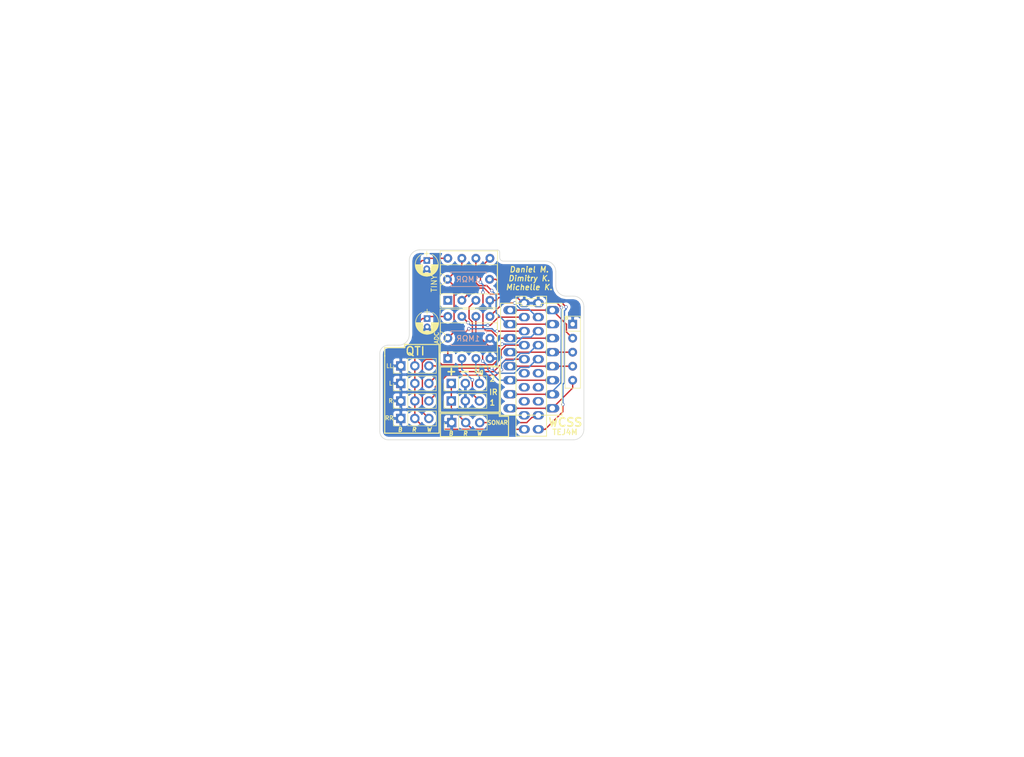
<source format=kicad_pcb>
(kicad_pcb (version 4) (host pcbnew 4.0.6)

  (general
    (links 55)
    (no_connects 0)
    (area 102.052716 76.657999 139.115001 111.175001)
    (thickness 1.6)
    (drawings 65)
    (tracks 209)
    (zones 0)
    (modules 16)
    (nets 32)
  )

  (page A4)
  (layers
    (0 F.Cu signal)
    (31 B.Cu signal)
    (32 B.Adhes user)
    (33 F.Adhes user)
    (34 B.Paste user)
    (35 F.Paste user)
    (36 B.SilkS user)
    (37 F.SilkS user)
    (38 B.Mask user)
    (39 F.Mask user)
    (40 Dwgs.User user)
    (41 Cmts.User user)
    (42 Eco1.User user)
    (43 Eco2.User user)
    (44 Edge.Cuts user)
    (45 Margin user)
    (46 B.CrtYd user)
    (47 F.CrtYd user)
    (48 B.Fab user)
    (49 F.Fab user)
  )

  (setup
    (last_trace_width 0.25)
    (trace_clearance 0.2)
    (zone_clearance 0.508)
    (zone_45_only no)
    (trace_min 0.2)
    (segment_width 0.2)
    (edge_width 0.1)
    (via_size 0.6)
    (via_drill 0.4)
    (via_min_size 0.4)
    (via_min_drill 0.3)
    (uvia_size 0.3)
    (uvia_drill 0.1)
    (uvias_allowed no)
    (uvia_min_size 0.2)
    (uvia_min_drill 0.1)
    (pcb_text_width 0.3)
    (pcb_text_size 1.5 1.5)
    (mod_edge_width 0.15)
    (mod_text_size 1 1)
    (mod_text_width 0.15)
    (pad_size 1.5 1.5)
    (pad_drill 0.6)
    (pad_to_mask_clearance 0)
    (aux_axis_origin 0 0)
    (visible_elements 7FFFFFFF)
    (pcbplotparams
      (layerselection 0x00030_80000001)
      (usegerberextensions false)
      (excludeedgelayer true)
      (linewidth 0.100000)
      (plotframeref false)
      (viasonmask false)
      (mode 1)
      (useauxorigin false)
      (hpglpennumber 1)
      (hpglpenspeed 20)
      (hpglpendiameter 15)
      (hpglpenoverlay 2)
      (psnegative false)
      (psa4output false)
      (plotreference true)
      (plotvalue true)
      (plotinvisibletext false)
      (padsonsilk false)
      (subtractmaskfromsilk false)
      (outputformat 1)
      (mirror false)
      (drillshape 0)
      (scaleselection 1)
      (outputdirectory ""))
  )

  (net 0 "")
  (net 1 Earth)
  (net 2 /MOSI)
  (net 3 /Clock)
  (net 4 /MISO)
  (net 5 /CS)
  (net 6 /QTI_R)
  (net 7 /QTI_RR)
  (net 8 /QTI_LL)
  (net 9 /QTI_L)
  (net 10 "Net-(B1-Pad15)")
  (net 11 "Net-(B1-Pad6)")
  (net 12 "Net-(B1-Pad14)")
  (net 13 "Net-(B1-Pad7)")
  (net 14 "Net-(B1-Pad13)")
  (net 15 /SONAR)
  (net 16 "Net-(B1-Pad9)")
  (net 17 "Net-(B1-Pad11)")
  (net 18 +5V)
  (net 19 /IR_1)
  (net 20 /IR_2)
  (net 21 /RN1.4)
  (net 22 /LED_AH)
  (net 23 /LED_BG)
  (net 24 /RN1.3)
  (net 25 /RN1.2)
  (net 26 /LED_CF)
  (net 27 /LED_DE)
  (net 28 /RN1.1)
  (net 29 /BATTERY_READ)
  (net 30 "Net-(U1-Pad1)")
  (net 31 "Net-(B1-Pad8)")

  (net_class Default "This is the default net class."
    (clearance 0.2)
    (trace_width 0.25)
    (via_dia 0.6)
    (via_drill 0.4)
    (uvia_dia 0.3)
    (uvia_drill 0.1)
    (add_net +5V)
    (add_net /BATTERY_READ)
    (add_net /CS)
    (add_net /Clock)
    (add_net /IR_1)
    (add_net /IR_2)
    (add_net /LED_AH)
    (add_net /LED_BG)
    (add_net /LED_CF)
    (add_net /LED_DE)
    (add_net /MISO)
    (add_net /MOSI)
    (add_net /QTI_L)
    (add_net /QTI_LL)
    (add_net /QTI_R)
    (add_net /QTI_RR)
    (add_net /RN1.1)
    (add_net /RN1.2)
    (add_net /RN1.3)
    (add_net /RN1.4)
    (add_net /SONAR)
    (add_net Earth)
    (add_net "Net-(B1-Pad11)")
    (add_net "Net-(B1-Pad13)")
    (add_net "Net-(B1-Pad14)")
    (add_net "Net-(B1-Pad15)")
    (add_net "Net-(B1-Pad6)")
    (add_net "Net-(B1-Pad7)")
    (add_net "Net-(B1-Pad8)")
    (add_net "Net-(B1-Pad9)")
    (add_net "Net-(U1-Pad1)")
  )

  (module Pin_Headers:Pin_Header_Straight_1x03_Pitch2.54mm (layer F.Cu) (tedit 5A39476E) (tstamp 5A32CA31)
    (at 105.918 107.2515 90)
    (descr "Through hole straight pin header, 1x03, 2.54mm pitch, single row")
    (tags "Through hole pin header THT 1x03 2.54mm single row")
    (path /5A1F37FC)
    (fp_text reference J7 (at 0 -2.33 90) (layer F.SilkS) hide
      (effects (font (size 1 1) (thickness 0.15)))
    )
    (fp_text value RR (at 0.0635 -2.0955 180) (layer F.SilkS)
      (effects (font (size 0.75 0.75) (thickness 0.15)))
    )
    (fp_line (start -0.635 -1.27) (end 1.27 -1.27) (layer F.Fab) (width 0.1))
    (fp_line (start 1.27 -1.27) (end 1.27 6.35) (layer F.Fab) (width 0.1))
    (fp_line (start 1.27 6.35) (end -1.27 6.35) (layer F.Fab) (width 0.1))
    (fp_line (start -1.27 6.35) (end -1.27 -0.635) (layer F.Fab) (width 0.1))
    (fp_line (start -1.27 -0.635) (end -0.635 -1.27) (layer F.Fab) (width 0.1))
    (fp_line (start -1.33 6.41) (end 1.33 6.41) (layer F.SilkS) (width 0.12))
    (fp_line (start -1.33 1.27) (end -1.33 6.41) (layer F.SilkS) (width 0.12))
    (fp_line (start 1.33 1.27) (end 1.33 6.41) (layer F.SilkS) (width 0.12))
    (fp_line (start -1.33 1.27) (end 1.33 1.27) (layer F.SilkS) (width 0.12))
    (fp_line (start -1.33 0) (end -1.33 -1.33) (layer F.SilkS) (width 0.12))
    (fp_line (start -1.33 -1.33) (end 0 -1.33) (layer F.SilkS) (width 0.12))
    (fp_line (start -1.8 -1.8) (end -1.8 6.85) (layer F.CrtYd) (width 0.05))
    (fp_line (start -1.8 6.85) (end 1.8 6.85) (layer F.CrtYd) (width 0.05))
    (fp_line (start 1.8 6.85) (end 1.8 -1.8) (layer F.CrtYd) (width 0.05))
    (fp_line (start 1.8 -1.8) (end -1.8 -1.8) (layer F.CrtYd) (width 0.05))
    (fp_text user %R (at 0 2.54 180) (layer F.Fab)
      (effects (font (size 1 1) (thickness 0.15)))
    )
    (pad 1 thru_hole rect (at 0 0 90) (size 1.7 1.7) (drill 1) (layers *.Cu *.Mask)
      (net 1 Earth))
    (pad 2 thru_hole oval (at 0 2.54 90) (size 1.7 1.7) (drill 1) (layers *.Cu *.Mask)
      (net 18 +5V))
    (pad 3 thru_hole oval (at 0 5.08 90) (size 1.7 1.7) (drill 1) (layers *.Cu *.Mask)
      (net 7 /QTI_RR))
    (model ${KISYS3DMOD}/Pin_Headers.3dshapes/Pin_Header_Straight_1x03_Pitch2.54mm.wrl
      (at (xyz 0 0 0))
      (scale (xyz 1 1 1))
      (rotate (xyz 0 0 0))
    )
  )

  (module Pin_Headers:Pin_Header_Straight_1x03_Pitch2.54mm (layer F.Cu) (tedit 5A381173) (tstamp 5A32C9A7)
    (at 115.1255 108.0135 90)
    (descr "Through hole straight pin header, 1x03, 2.54mm pitch, single row")
    (tags "Through hole pin header THT 1x03 2.54mm single row")
    (path /5A2208BA)
    (fp_text reference J1 (at 0 -2.33 90) (layer F.Fab) hide
      (effects (font (size 1 1) (thickness 0.15)))
    )
    (fp_text value SONAR (at 0 8.3185 180) (layer F.SilkS)
      (effects (font (size 0.75 0.75) (thickness 0.1625)))
    )
    (fp_line (start -0.635 -1.27) (end 1.27 -1.27) (layer F.Fab) (width 0.1))
    (fp_line (start 1.27 -1.27) (end 1.27 6.35) (layer F.Fab) (width 0.1))
    (fp_line (start 1.27 6.35) (end -1.27 6.35) (layer F.Fab) (width 0.1))
    (fp_line (start -1.27 6.35) (end -1.27 -0.635) (layer F.Fab) (width 0.1))
    (fp_line (start -1.27 -0.635) (end -0.635 -1.27) (layer F.Fab) (width 0.1))
    (fp_line (start -1.33 6.41) (end 1.33 6.41) (layer F.SilkS) (width 0.12))
    (fp_line (start -1.33 1.27) (end -1.33 6.41) (layer F.SilkS) (width 0.12))
    (fp_line (start 1.33 1.27) (end 1.33 6.41) (layer F.SilkS) (width 0.12))
    (fp_line (start -1.33 1.27) (end 1.33 1.27) (layer F.SilkS) (width 0.12))
    (fp_line (start -1.33 0) (end -1.33 -1.33) (layer F.SilkS) (width 0.12))
    (fp_line (start -1.33 -1.33) (end 0 -1.33) (layer F.SilkS) (width 0.12))
    (fp_line (start -1.8 -1.8) (end -1.8 6.85) (layer F.CrtYd) (width 0.05))
    (fp_line (start -1.8 6.85) (end 1.8 6.85) (layer F.CrtYd) (width 0.05))
    (fp_line (start 1.8 6.85) (end 1.8 -1.8) (layer F.CrtYd) (width 0.05))
    (fp_line (start 1.8 -1.8) (end -1.8 -1.8) (layer F.CrtYd) (width 0.05))
    (fp_text user %R (at 0 2.54 180) (layer F.Fab)
      (effects (font (size 1 1) (thickness 0.15)))
    )
    (pad 1 thru_hole rect (at 0 0 90) (size 1.7 1.7) (drill 1) (layers *.Cu *.Mask)
      (net 1 Earth))
    (pad 2 thru_hole oval (at 0 2.54 90) (size 1.7 1.7) (drill 1) (layers *.Cu *.Mask)
      (net 18 +5V))
    (pad 3 thru_hole oval (at 0 5.08 90) (size 1.7 1.7) (drill 1) (layers *.Cu *.Mask)
      (net 15 /SONAR))
    (model ${KISYS3DMOD}/Pin_Headers.3dshapes/Pin_Header_Straight_1x03_Pitch2.54mm.wrl
      (at (xyz 0 0 0))
      (scale (xyz 1 1 1))
      (rotate (xyz 0 0 0))
    )
  )

  (module Pin_Headers:Pin_Header_Straight_1x03_Pitch2.54mm (layer F.Cu) (tedit 5A3942C5) (tstamp 5A32C9D5)
    (at 115.062 100.9015 90)
    (descr "Through hole straight pin header, 1x03, 2.54mm pitch, single row")
    (tags "Through hole pin header THT 1x03 2.54mm single row")
    (path /5A21EEFB)
    (fp_text reference J3 (at 0 -2.33 90) (layer F.SilkS) hide
      (effects (font (size 1 1) (thickness 0.15)))
    )
    (fp_text value 2 (at 0.8255 7.4295 180) (layer F.SilkS)
      (effects (font (size 1 1) (thickness 0.2)))
    )
    (fp_line (start -0.635 -1.27) (end 1.27 -1.27) (layer F.Fab) (width 0.1))
    (fp_line (start 1.27 -1.27) (end 1.27 6.35) (layer F.Fab) (width 0.1))
    (fp_line (start 1.27 6.35) (end -1.27 6.35) (layer F.Fab) (width 0.1))
    (fp_line (start -1.27 6.35) (end -1.27 -0.635) (layer F.Fab) (width 0.1))
    (fp_line (start -1.27 -0.635) (end -0.635 -1.27) (layer F.Fab) (width 0.1))
    (fp_line (start -1.33 6.41) (end 1.33 6.41) (layer F.SilkS) (width 0.12))
    (fp_line (start -1.33 1.27) (end -1.33 6.41) (layer F.SilkS) (width 0.12))
    (fp_line (start 1.33 1.27) (end 1.33 6.41) (layer F.SilkS) (width 0.12))
    (fp_line (start -1.33 1.27) (end 1.33 1.27) (layer F.SilkS) (width 0.12))
    (fp_line (start -1.33 0) (end -1.33 -1.33) (layer F.SilkS) (width 0.12))
    (fp_line (start -1.33 -1.33) (end 0 -1.33) (layer F.SilkS) (width 0.12))
    (fp_line (start -1.8 -1.8) (end -1.8 6.85) (layer F.CrtYd) (width 0.05))
    (fp_line (start -1.8 6.85) (end 1.8 6.85) (layer F.CrtYd) (width 0.05))
    (fp_line (start 1.8 6.85) (end 1.8 -1.8) (layer F.CrtYd) (width 0.05))
    (fp_line (start 1.8 -1.8) (end -1.8 -1.8) (layer F.CrtYd) (width 0.05))
    (fp_text user %R (at 0 2.54 180) (layer F.Fab)
      (effects (font (size 1 1) (thickness 0.15)))
    )
    (pad 1 thru_hole rect (at 0 0 90) (size 1.7 1.7) (drill 1) (layers *.Cu *.Mask)
      (net 18 +5V))
    (pad 2 thru_hole oval (at 0 2.54 90) (size 1.7 1.7) (drill 1) (layers *.Cu *.Mask)
      (net 1 Earth))
    (pad 3 thru_hole oval (at 0 5.08 90) (size 1.7 1.7) (drill 1) (layers *.Cu *.Mask)
      (net 20 /IR_2))
    (model ${KISYS3DMOD}/Pin_Headers.3dshapes/Pin_Header_Straight_1x03_Pitch2.54mm.wrl
      (at (xyz 0 0 0))
      (scale (xyz 1 1 1))
      (rotate (xyz 0 0 0))
    )
  )

  (module KiCAD-Footprints:BOE (layer F.Cu) (tedit 5A2EC149) (tstamp 5A283295)
    (at 129.413 97.917)
    (path /5A1EEB91)
    (fp_text reference B1 (at 0.127 -14.007) (layer F.SilkS) hide
      (effects (font (size 1.2 1.2) (thickness 0.15)))
    )
    (fp_text value BOE-BOARD (at 3.937 1.397 270) (layer F.Fab)
      (effects (font (size 1.2 1.2) (thickness 0.15)))
    )
    (fp_line (start -2.642999 -12.807) (end -2.643 12.553) (layer F.SilkS) (width 0.15))
    (fp_line (start -2.643 12.553) (end 2.896999 12.553) (layer F.SilkS) (width 0.15))
    (fp_line (start 2.896999 12.553) (end 2.897 -12.807) (layer F.SilkS) (width 0.15))
    (fp_line (start 2.897 -12.807) (end 1.050333 -12.807) (layer F.SilkS) (width 0.15))
    (fp_line (start 1.050333 -12.807) (end 1.050333 -12.357) (layer F.SilkS) (width 0.15))
    (fp_line (start 1.050333 -12.357) (end -0.796333 -12.357) (layer F.SilkS) (width 0.15))
    (fp_line (start -0.796333 -12.357) (end -0.796333 -12.807) (layer F.SilkS) (width 0.15))
    (fp_line (start -0.796333 -12.807) (end -2.642999 -12.807) (layer F.SilkS) (width 0.15))
    (pad 20 thru_hole oval (at 1.397 -11.557 270) (size 1.5 2) (drill 1) (layers *.Cu *.Mask)
      (net 1 Earth))
    (pad 1 thru_hole oval (at -1.143 -11.557 270) (size 1.5 2) (drill 1) (layers *.Cu *.Mask)
      (net 1 Earth))
    (pad 19 thru_hole oval (at 1.397 -9.017 270) (size 1.5 2) (drill 1) (layers *.Cu *.Mask)
      (net 2 /MOSI))
    (pad 2 thru_hole oval (at -1.143 -9.017 270) (size 1.5 2) (drill 1) (layers *.Cu *.Mask)
      (net 3 /Clock))
    (pad 18 thru_hole oval (at 1.397 -6.477 270) (size 1.5 2) (drill 1) (layers *.Cu *.Mask)
      (net 4 /MISO))
    (pad 3 thru_hole oval (at -1.143 -6.477 270) (size 1.5 2) (drill 1) (layers *.Cu *.Mask)
      (net 5 /CS))
    (pad 17 thru_hole oval (at 1.397 -3.937 270) (size 1.5 2) (drill 1) (layers *.Cu *.Mask)
      (net 6 /QTI_R))
    (pad 4 thru_hole oval (at -1.143 -3.937 270) (size 1.5 2) (drill 1) (layers *.Cu *.Mask)
      (net 7 /QTI_RR))
    (pad 16 thru_hole oval (at 1.397 -1.397 270) (size 1.5 2) (drill 1) (layers *.Cu *.Mask)
      (net 8 /QTI_LL))
    (pad 5 thru_hole oval (at -1.143 -1.397 270) (size 1.5 2) (drill 1) (layers *.Cu *.Mask)
      (net 9 /QTI_L))
    (pad 15 thru_hole oval (at 1.397 1.143 270) (size 1.5 2) (drill 1) (layers *.Cu *.Mask)
      (net 10 "Net-(B1-Pad15)"))
    (pad 6 thru_hole oval (at -1.143 1.143 270) (size 1.5 2) (drill 1) (layers *.Cu *.Mask)
      (net 11 "Net-(B1-Pad6)"))
    (pad 14 thru_hole oval (at 1.397 3.683 270) (size 1.5 2) (drill 1) (layers *.Cu *.Mask)
      (net 12 "Net-(B1-Pad14)"))
    (pad 7 thru_hole oval (at -1.143 3.683 270) (size 1.5 2) (drill 1) (layers *.Cu *.Mask)
      (net 13 "Net-(B1-Pad7)"))
    (pad 13 thru_hole oval (at 1.397 6.223 270) (size 1.5 2) (drill 1) (layers *.Cu *.Mask)
      (net 14 "Net-(B1-Pad13)"))
    (pad 8 thru_hole oval (at -1.143 6.223 270) (size 1.5 2) (drill 1) (layers *.Cu *.Mask)
      (net 31 "Net-(B1-Pad8)"))
    (pad 12 thru_hole oval (at 1.397 8.763 270) (size 1.5 2) (drill 1) (layers *.Cu *.Mask)
      (net 15 /SONAR))
    (pad 9 thru_hole oval (at -1.143 8.763 270) (size 1.5 2) (drill 1) (layers *.Cu *.Mask)
      (net 16 "Net-(B1-Pad9)"))
    (pad 11 thru_hole oval (at 1.397 11.303 270) (size 1.5 2) (drill 1) (layers *.Cu *.Mask)
      (net 17 "Net-(B1-Pad11)"))
    (pad 10 thru_hole oval (at -1.143 11.303 270) (size 1.5 2) (drill 1) (layers *.Cu *.Mask)
      (net 18 +5V))
  )

  (module Capacitors_THT:CP_Radial_D4.0mm_P1.50mm (layer F.Cu) (tedit 5A3AACC4) (tstamp 5A283304)
    (at 110.617 78.637 270)
    (descr "CP, Radial series, Radial, pin pitch=1.50mm, , diameter=4mm, Electrolytic Capacitor")
    (tags "CP Radial series Radial pin pitch 1.50mm  diameter 4mm Electrolytic Capacitor")
    (path /5A218707)
    (fp_text reference C1 (at 0.75 -3.31 270) (layer F.SilkS) hide
      (effects (font (size 1 1) (thickness 0.15)))
    )
    (fp_text value C (at 0.738 2.0955 270) (layer F.Fab)
      (effects (font (size 1 1) (thickness 0.15)))
    )
    (fp_arc (start 0.75 0) (end -1.095996 -0.98) (angle 124.1) (layer F.SilkS) (width 0.12))
    (fp_arc (start 0.75 0) (end -1.095996 0.98) (angle -124.1) (layer F.SilkS) (width 0.12))
    (fp_arc (start 0.75 0) (end 2.595996 -0.98) (angle 55.9) (layer F.SilkS) (width 0.12))
    (fp_circle (center 0.75 0) (end 2.75 0) (layer F.Fab) (width 0.1))
    (fp_line (start -1.7 0) (end -0.8 0) (layer F.Fab) (width 0.1))
    (fp_line (start -1.25 -0.45) (end -1.25 0.45) (layer F.Fab) (width 0.1))
    (fp_line (start 0.75 0.78) (end 0.75 2.05) (layer F.SilkS) (width 0.12))
    (fp_line (start 0.75 -2.05) (end 0.75 -0.78) (layer F.SilkS) (width 0.12))
    (fp_line (start 0.79 -2.05) (end 0.79 -0.78) (layer F.SilkS) (width 0.12))
    (fp_line (start 0.79 0.78) (end 0.79 2.05) (layer F.SilkS) (width 0.12))
    (fp_line (start 0.83 -2.049) (end 0.83 -0.78) (layer F.SilkS) (width 0.12))
    (fp_line (start 0.83 0.78) (end 0.83 2.049) (layer F.SilkS) (width 0.12))
    (fp_line (start 0.87 -2.047) (end 0.87 -0.78) (layer F.SilkS) (width 0.12))
    (fp_line (start 0.87 0.78) (end 0.87 2.047) (layer F.SilkS) (width 0.12))
    (fp_line (start 0.91 -2.044) (end 0.91 -0.78) (layer F.SilkS) (width 0.12))
    (fp_line (start 0.91 0.78) (end 0.91 2.044) (layer F.SilkS) (width 0.12))
    (fp_line (start 0.95 -2.041) (end 0.95 -0.78) (layer F.SilkS) (width 0.12))
    (fp_line (start 0.95 0.78) (end 0.95 2.041) (layer F.SilkS) (width 0.12))
    (fp_line (start 0.99 -2.037) (end 0.99 -0.78) (layer F.SilkS) (width 0.12))
    (fp_line (start 0.99 0.78) (end 0.99 2.037) (layer F.SilkS) (width 0.12))
    (fp_line (start 1.03 -2.032) (end 1.03 -0.78) (layer F.SilkS) (width 0.12))
    (fp_line (start 1.03 0.78) (end 1.03 2.032) (layer F.SilkS) (width 0.12))
    (fp_line (start 1.07 -2.026) (end 1.07 -0.78) (layer F.SilkS) (width 0.12))
    (fp_line (start 1.07 0.78) (end 1.07 2.026) (layer F.SilkS) (width 0.12))
    (fp_line (start 1.11 -2.019) (end 1.11 -0.78) (layer F.SilkS) (width 0.12))
    (fp_line (start 1.11 0.78) (end 1.11 2.019) (layer F.SilkS) (width 0.12))
    (fp_line (start 1.15 -2.012) (end 1.15 -0.78) (layer F.SilkS) (width 0.12))
    (fp_line (start 1.15 0.78) (end 1.15 2.012) (layer F.SilkS) (width 0.12))
    (fp_line (start 1.19 -2.004) (end 1.19 -0.78) (layer F.SilkS) (width 0.12))
    (fp_line (start 1.19 0.78) (end 1.19 2.004) (layer F.SilkS) (width 0.12))
    (fp_line (start 1.23 -1.995) (end 1.23 -0.78) (layer F.SilkS) (width 0.12))
    (fp_line (start 1.23 0.78) (end 1.23 1.995) (layer F.SilkS) (width 0.12))
    (fp_line (start 1.27 -1.985) (end 1.27 -0.78) (layer F.SilkS) (width 0.12))
    (fp_line (start 1.27 0.78) (end 1.27 1.985) (layer F.SilkS) (width 0.12))
    (fp_line (start 1.31 -1.974) (end 1.31 -0.78) (layer F.SilkS) (width 0.12))
    (fp_line (start 1.31 0.78) (end 1.31 1.974) (layer F.SilkS) (width 0.12))
    (fp_line (start 1.35 -1.963) (end 1.35 -0.78) (layer F.SilkS) (width 0.12))
    (fp_line (start 1.35 0.78) (end 1.35 1.963) (layer F.SilkS) (width 0.12))
    (fp_line (start 1.39 -1.95) (end 1.39 -0.78) (layer F.SilkS) (width 0.12))
    (fp_line (start 1.39 0.78) (end 1.39 1.95) (layer F.SilkS) (width 0.12))
    (fp_line (start 1.43 -1.937) (end 1.43 -0.78) (layer F.SilkS) (width 0.12))
    (fp_line (start 1.43 0.78) (end 1.43 1.937) (layer F.SilkS) (width 0.12))
    (fp_line (start 1.471 -1.923) (end 1.471 -0.78) (layer F.SilkS) (width 0.12))
    (fp_line (start 1.471 0.78) (end 1.471 1.923) (layer F.SilkS) (width 0.12))
    (fp_line (start 1.511 -1.907) (end 1.511 -0.78) (layer F.SilkS) (width 0.12))
    (fp_line (start 1.511 0.78) (end 1.511 1.907) (layer F.SilkS) (width 0.12))
    (fp_line (start 1.551 -1.891) (end 1.551 -0.78) (layer F.SilkS) (width 0.12))
    (fp_line (start 1.551 0.78) (end 1.551 1.891) (layer F.SilkS) (width 0.12))
    (fp_line (start 1.591 -1.874) (end 1.591 -0.78) (layer F.SilkS) (width 0.12))
    (fp_line (start 1.591 0.78) (end 1.591 1.874) (layer F.SilkS) (width 0.12))
    (fp_line (start 1.631 -1.856) (end 1.631 -0.78) (layer F.SilkS) (width 0.12))
    (fp_line (start 1.631 0.78) (end 1.631 1.856) (layer F.SilkS) (width 0.12))
    (fp_line (start 1.671 -1.837) (end 1.671 -0.78) (layer F.SilkS) (width 0.12))
    (fp_line (start 1.671 0.78) (end 1.671 1.837) (layer F.SilkS) (width 0.12))
    (fp_line (start 1.711 -1.817) (end 1.711 -0.78) (layer F.SilkS) (width 0.12))
    (fp_line (start 1.711 0.78) (end 1.711 1.817) (layer F.SilkS) (width 0.12))
    (fp_line (start 1.751 -1.796) (end 1.751 -0.78) (layer F.SilkS) (width 0.12))
    (fp_line (start 1.751 0.78) (end 1.751 1.796) (layer F.SilkS) (width 0.12))
    (fp_line (start 1.791 -1.773) (end 1.791 -0.78) (layer F.SilkS) (width 0.12))
    (fp_line (start 1.791 0.78) (end 1.791 1.773) (layer F.SilkS) (width 0.12))
    (fp_line (start 1.831 -1.75) (end 1.831 -0.78) (layer F.SilkS) (width 0.12))
    (fp_line (start 1.831 0.78) (end 1.831 1.75) (layer F.SilkS) (width 0.12))
    (fp_line (start 1.871 -1.725) (end 1.871 -0.78) (layer F.SilkS) (width 0.12))
    (fp_line (start 1.871 0.78) (end 1.871 1.725) (layer F.SilkS) (width 0.12))
    (fp_line (start 1.911 -1.699) (end 1.911 -0.78) (layer F.SilkS) (width 0.12))
    (fp_line (start 1.911 0.78) (end 1.911 1.699) (layer F.SilkS) (width 0.12))
    (fp_line (start 1.951 -1.672) (end 1.951 -0.78) (layer F.SilkS) (width 0.12))
    (fp_line (start 1.951 0.78) (end 1.951 1.672) (layer F.SilkS) (width 0.12))
    (fp_line (start 1.991 -1.643) (end 1.991 -0.78) (layer F.SilkS) (width 0.12))
    (fp_line (start 1.991 0.78) (end 1.991 1.643) (layer F.SilkS) (width 0.12))
    (fp_line (start 2.031 -1.613) (end 2.031 -0.78) (layer F.SilkS) (width 0.12))
    (fp_line (start 2.031 0.78) (end 2.031 1.613) (layer F.SilkS) (width 0.12))
    (fp_line (start 2.071 -1.581) (end 2.071 -0.78) (layer F.SilkS) (width 0.12))
    (fp_line (start 2.071 0.78) (end 2.071 1.581) (layer F.SilkS) (width 0.12))
    (fp_line (start 2.111 -1.547) (end 2.111 -0.78) (layer F.SilkS) (width 0.12))
    (fp_line (start 2.111 0.78) (end 2.111 1.547) (layer F.SilkS) (width 0.12))
    (fp_line (start 2.151 -1.512) (end 2.151 -0.78) (layer F.SilkS) (width 0.12))
    (fp_line (start 2.151 0.78) (end 2.151 1.512) (layer F.SilkS) (width 0.12))
    (fp_line (start 2.191 -1.475) (end 2.191 -0.78) (layer F.SilkS) (width 0.12))
    (fp_line (start 2.191 0.78) (end 2.191 1.475) (layer F.SilkS) (width 0.12))
    (fp_line (start 2.231 -1.436) (end 2.231 -0.78) (layer F.SilkS) (width 0.12))
    (fp_line (start 2.231 0.78) (end 2.231 1.436) (layer F.SilkS) (width 0.12))
    (fp_line (start 2.271 -1.395) (end 2.271 -0.78) (layer F.SilkS) (width 0.12))
    (fp_line (start 2.271 0.78) (end 2.271 1.395) (layer F.SilkS) (width 0.12))
    (fp_line (start 2.311 -1.351) (end 2.311 1.351) (layer F.SilkS) (width 0.12))
    (fp_line (start 2.351 -1.305) (end 2.351 1.305) (layer F.SilkS) (width 0.12))
    (fp_line (start 2.391 -1.256) (end 2.391 1.256) (layer F.SilkS) (width 0.12))
    (fp_line (start 2.431 -1.204) (end 2.431 1.204) (layer F.SilkS) (width 0.12))
    (fp_line (start 2.471 -1.148) (end 2.471 1.148) (layer F.SilkS) (width 0.12))
    (fp_line (start 2.511 -1.088) (end 2.511 1.088) (layer F.SilkS) (width 0.12))
    (fp_line (start 2.551 -1.023) (end 2.551 1.023) (layer F.SilkS) (width 0.12))
    (fp_line (start 2.591 -0.952) (end 2.591 0.952) (layer F.SilkS) (width 0.12))
    (fp_line (start 2.631 -0.874) (end 2.631 0.874) (layer F.SilkS) (width 0.12))
    (fp_line (start 2.671 -0.786) (end 2.671 0.786) (layer F.SilkS) (width 0.12))
    (fp_line (start 2.711 -0.686) (end 2.711 0.686) (layer F.SilkS) (width 0.12))
    (fp_line (start 2.751 -0.567) (end 2.751 0.567) (layer F.SilkS) (width 0.12))
    (fp_line (start 2.791 -0.415) (end 2.791 0.415) (layer F.SilkS) (width 0.12))
    (fp_line (start 2.831 -0.165) (end 2.831 0.165) (layer F.SilkS) (width 0.12))
    (fp_line (start -1.7 0) (end -0.8 0) (layer F.SilkS) (width 0.12))
    (fp_line (start -1.25 -0.45) (end -1.25 0.45) (layer F.SilkS) (width 0.12))
    (fp_line (start -1.6 -2.35) (end -1.6 2.35) (layer F.CrtYd) (width 0.05))
    (fp_line (start -1.6 2.35) (end 3.1 2.35) (layer F.CrtYd) (width 0.05))
    (fp_line (start 3.1 2.35) (end 3.1 -2.35) (layer F.CrtYd) (width 0.05))
    (fp_line (start 3.1 -2.35) (end -1.6 -2.35) (layer F.CrtYd) (width 0.05))
    (fp_text user %R (at 1.27 0 360) (layer F.Fab)
      (effects (font (size 1 1) (thickness 0.15)))
    )
    (pad 1 thru_hole rect (at 0 0 270) (size 1.2 1.2) (drill 0.6) (layers *.Cu *.Mask)
      (net 18 +5V))
    (pad 2 thru_hole circle (at 1.5 0 270) (size 1.2 1.2) (drill 0.6) (layers *.Cu *.Mask)
      (net 1 Earth))
    (model ${KISYS3DMOD}/Capacitors_THT.3dshapes/CP_Radial_D4.0mm_P1.50mm.wrl
      (at (xyz 0 0 0))
      (scale (xyz 1 1 1))
      (rotate (xyz 0 0 0))
    )
  )

  (module Capacitors_THT:CP_Radial_D4.0mm_P1.50mm (layer F.Cu) (tedit 5A3AACBE) (tstamp 5A283373)
    (at 110.6805 89.154 270)
    (descr "CP, Radial series, Radial, pin pitch=1.50mm, , diameter=4mm, Electrolytic Capacitor")
    (tags "CP Radial series Radial pin pitch 1.50mm  diameter 4mm Electrolytic Capacitor")
    (path /5A1F29D0)
    (fp_text reference C2 (at 0.75 -3.31 270) (layer F.SilkS) hide
      (effects (font (size 1 1) (thickness 0.15)))
    )
    (fp_text value C (at 0.6985 2.032 270) (layer F.Fab)
      (effects (font (size 1 1) (thickness 0.15)))
    )
    (fp_arc (start 0.75 0) (end -1.095996 -0.98) (angle 124.1) (layer F.SilkS) (width 0.12))
    (fp_arc (start 0.75 0) (end -1.095996 0.98) (angle -124.1) (layer F.SilkS) (width 0.12))
    (fp_arc (start 0.75 0) (end 2.595996 -0.98) (angle 55.9) (layer F.SilkS) (width 0.12))
    (fp_circle (center 0.75 0) (end 2.75 0) (layer F.Fab) (width 0.1))
    (fp_line (start -1.7 0) (end -0.8 0) (layer F.Fab) (width 0.1))
    (fp_line (start -1.25 -0.45) (end -1.25 0.45) (layer F.Fab) (width 0.1))
    (fp_line (start 0.75 0.78) (end 0.75 2.05) (layer F.SilkS) (width 0.12))
    (fp_line (start 0.75 -2.05) (end 0.75 -0.78) (layer F.SilkS) (width 0.12))
    (fp_line (start 0.79 -2.05) (end 0.79 -0.78) (layer F.SilkS) (width 0.12))
    (fp_line (start 0.79 0.78) (end 0.79 2.05) (layer F.SilkS) (width 0.12))
    (fp_line (start 0.83 -2.049) (end 0.83 -0.78) (layer F.SilkS) (width 0.12))
    (fp_line (start 0.83 0.78) (end 0.83 2.049) (layer F.SilkS) (width 0.12))
    (fp_line (start 0.87 -2.047) (end 0.87 -0.78) (layer F.SilkS) (width 0.12))
    (fp_line (start 0.87 0.78) (end 0.87 2.047) (layer F.SilkS) (width 0.12))
    (fp_line (start 0.91 -2.044) (end 0.91 -0.78) (layer F.SilkS) (width 0.12))
    (fp_line (start 0.91 0.78) (end 0.91 2.044) (layer F.SilkS) (width 0.12))
    (fp_line (start 0.95 -2.041) (end 0.95 -0.78) (layer F.SilkS) (width 0.12))
    (fp_line (start 0.95 0.78) (end 0.95 2.041) (layer F.SilkS) (width 0.12))
    (fp_line (start 0.99 -2.037) (end 0.99 -0.78) (layer F.SilkS) (width 0.12))
    (fp_line (start 0.99 0.78) (end 0.99 2.037) (layer F.SilkS) (width 0.12))
    (fp_line (start 1.03 -2.032) (end 1.03 -0.78) (layer F.SilkS) (width 0.12))
    (fp_line (start 1.03 0.78) (end 1.03 2.032) (layer F.SilkS) (width 0.12))
    (fp_line (start 1.07 -2.026) (end 1.07 -0.78) (layer F.SilkS) (width 0.12))
    (fp_line (start 1.07 0.78) (end 1.07 2.026) (layer F.SilkS) (width 0.12))
    (fp_line (start 1.11 -2.019) (end 1.11 -0.78) (layer F.SilkS) (width 0.12))
    (fp_line (start 1.11 0.78) (end 1.11 2.019) (layer F.SilkS) (width 0.12))
    (fp_line (start 1.15 -2.012) (end 1.15 -0.78) (layer F.SilkS) (width 0.12))
    (fp_line (start 1.15 0.78) (end 1.15 2.012) (layer F.SilkS) (width 0.12))
    (fp_line (start 1.19 -2.004) (end 1.19 -0.78) (layer F.SilkS) (width 0.12))
    (fp_line (start 1.19 0.78) (end 1.19 2.004) (layer F.SilkS) (width 0.12))
    (fp_line (start 1.23 -1.995) (end 1.23 -0.78) (layer F.SilkS) (width 0.12))
    (fp_line (start 1.23 0.78) (end 1.23 1.995) (layer F.SilkS) (width 0.12))
    (fp_line (start 1.27 -1.985) (end 1.27 -0.78) (layer F.SilkS) (width 0.12))
    (fp_line (start 1.27 0.78) (end 1.27 1.985) (layer F.SilkS) (width 0.12))
    (fp_line (start 1.31 -1.974) (end 1.31 -0.78) (layer F.SilkS) (width 0.12))
    (fp_line (start 1.31 0.78) (end 1.31 1.974) (layer F.SilkS) (width 0.12))
    (fp_line (start 1.35 -1.963) (end 1.35 -0.78) (layer F.SilkS) (width 0.12))
    (fp_line (start 1.35 0.78) (end 1.35 1.963) (layer F.SilkS) (width 0.12))
    (fp_line (start 1.39 -1.95) (end 1.39 -0.78) (layer F.SilkS) (width 0.12))
    (fp_line (start 1.39 0.78) (end 1.39 1.95) (layer F.SilkS) (width 0.12))
    (fp_line (start 1.43 -1.937) (end 1.43 -0.78) (layer F.SilkS) (width 0.12))
    (fp_line (start 1.43 0.78) (end 1.43 1.937) (layer F.SilkS) (width 0.12))
    (fp_line (start 1.471 -1.923) (end 1.471 -0.78) (layer F.SilkS) (width 0.12))
    (fp_line (start 1.471 0.78) (end 1.471 1.923) (layer F.SilkS) (width 0.12))
    (fp_line (start 1.511 -1.907) (end 1.511 -0.78) (layer F.SilkS) (width 0.12))
    (fp_line (start 1.511 0.78) (end 1.511 1.907) (layer F.SilkS) (width 0.12))
    (fp_line (start 1.551 -1.891) (end 1.551 -0.78) (layer F.SilkS) (width 0.12))
    (fp_line (start 1.551 0.78) (end 1.551 1.891) (layer F.SilkS) (width 0.12))
    (fp_line (start 1.591 -1.874) (end 1.591 -0.78) (layer F.SilkS) (width 0.12))
    (fp_line (start 1.591 0.78) (end 1.591 1.874) (layer F.SilkS) (width 0.12))
    (fp_line (start 1.631 -1.856) (end 1.631 -0.78) (layer F.SilkS) (width 0.12))
    (fp_line (start 1.631 0.78) (end 1.631 1.856) (layer F.SilkS) (width 0.12))
    (fp_line (start 1.671 -1.837) (end 1.671 -0.78) (layer F.SilkS) (width 0.12))
    (fp_line (start 1.671 0.78) (end 1.671 1.837) (layer F.SilkS) (width 0.12))
    (fp_line (start 1.711 -1.817) (end 1.711 -0.78) (layer F.SilkS) (width 0.12))
    (fp_line (start 1.711 0.78) (end 1.711 1.817) (layer F.SilkS) (width 0.12))
    (fp_line (start 1.751 -1.796) (end 1.751 -0.78) (layer F.SilkS) (width 0.12))
    (fp_line (start 1.751 0.78) (end 1.751 1.796) (layer F.SilkS) (width 0.12))
    (fp_line (start 1.791 -1.773) (end 1.791 -0.78) (layer F.SilkS) (width 0.12))
    (fp_line (start 1.791 0.78) (end 1.791 1.773) (layer F.SilkS) (width 0.12))
    (fp_line (start 1.831 -1.75) (end 1.831 -0.78) (layer F.SilkS) (width 0.12))
    (fp_line (start 1.831 0.78) (end 1.831 1.75) (layer F.SilkS) (width 0.12))
    (fp_line (start 1.871 -1.725) (end 1.871 -0.78) (layer F.SilkS) (width 0.12))
    (fp_line (start 1.871 0.78) (end 1.871 1.725) (layer F.SilkS) (width 0.12))
    (fp_line (start 1.911 -1.699) (end 1.911 -0.78) (layer F.SilkS) (width 0.12))
    (fp_line (start 1.911 0.78) (end 1.911 1.699) (layer F.SilkS) (width 0.12))
    (fp_line (start 1.951 -1.672) (end 1.951 -0.78) (layer F.SilkS) (width 0.12))
    (fp_line (start 1.951 0.78) (end 1.951 1.672) (layer F.SilkS) (width 0.12))
    (fp_line (start 1.991 -1.643) (end 1.991 -0.78) (layer F.SilkS) (width 0.12))
    (fp_line (start 1.991 0.78) (end 1.991 1.643) (layer F.SilkS) (width 0.12))
    (fp_line (start 2.031 -1.613) (end 2.031 -0.78) (layer F.SilkS) (width 0.12))
    (fp_line (start 2.031 0.78) (end 2.031 1.613) (layer F.SilkS) (width 0.12))
    (fp_line (start 2.071 -1.581) (end 2.071 -0.78) (layer F.SilkS) (width 0.12))
    (fp_line (start 2.071 0.78) (end 2.071 1.581) (layer F.SilkS) (width 0.12))
    (fp_line (start 2.111 -1.547) (end 2.111 -0.78) (layer F.SilkS) (width 0.12))
    (fp_line (start 2.111 0.78) (end 2.111 1.547) (layer F.SilkS) (width 0.12))
    (fp_line (start 2.151 -1.512) (end 2.151 -0.78) (layer F.SilkS) (width 0.12))
    (fp_line (start 2.151 0.78) (end 2.151 1.512) (layer F.SilkS) (width 0.12))
    (fp_line (start 2.191 -1.475) (end 2.191 -0.78) (layer F.SilkS) (width 0.12))
    (fp_line (start 2.191 0.78) (end 2.191 1.475) (layer F.SilkS) (width 0.12))
    (fp_line (start 2.231 -1.436) (end 2.231 -0.78) (layer F.SilkS) (width 0.12))
    (fp_line (start 2.231 0.78) (end 2.231 1.436) (layer F.SilkS) (width 0.12))
    (fp_line (start 2.271 -1.395) (end 2.271 -0.78) (layer F.SilkS) (width 0.12))
    (fp_line (start 2.271 0.78) (end 2.271 1.395) (layer F.SilkS) (width 0.12))
    (fp_line (start 2.311 -1.351) (end 2.311 1.351) (layer F.SilkS) (width 0.12))
    (fp_line (start 2.351 -1.305) (end 2.351 1.305) (layer F.SilkS) (width 0.12))
    (fp_line (start 2.391 -1.256) (end 2.391 1.256) (layer F.SilkS) (width 0.12))
    (fp_line (start 2.431 -1.204) (end 2.431 1.204) (layer F.SilkS) (width 0.12))
    (fp_line (start 2.471 -1.148) (end 2.471 1.148) (layer F.SilkS) (width 0.12))
    (fp_line (start 2.511 -1.088) (end 2.511 1.088) (layer F.SilkS) (width 0.12))
    (fp_line (start 2.551 -1.023) (end 2.551 1.023) (layer F.SilkS) (width 0.12))
    (fp_line (start 2.591 -0.952) (end 2.591 0.952) (layer F.SilkS) (width 0.12))
    (fp_line (start 2.631 -0.874) (end 2.631 0.874) (layer F.SilkS) (width 0.12))
    (fp_line (start 2.671 -0.786) (end 2.671 0.786) (layer F.SilkS) (width 0.12))
    (fp_line (start 2.711 -0.686) (end 2.711 0.686) (layer F.SilkS) (width 0.12))
    (fp_line (start 2.751 -0.567) (end 2.751 0.567) (layer F.SilkS) (width 0.12))
    (fp_line (start 2.791 -0.415) (end 2.791 0.415) (layer F.SilkS) (width 0.12))
    (fp_line (start 2.831 -0.165) (end 2.831 0.165) (layer F.SilkS) (width 0.12))
    (fp_line (start -1.7 0) (end -0.8 0) (layer F.SilkS) (width 0.12))
    (fp_line (start -1.25 -0.45) (end -1.25 0.45) (layer F.SilkS) (width 0.12))
    (fp_line (start -1.6 -2.35) (end -1.6 2.35) (layer F.CrtYd) (width 0.05))
    (fp_line (start -1.6 2.35) (end 3.1 2.35) (layer F.CrtYd) (width 0.05))
    (fp_line (start 3.1 2.35) (end 3.1 -2.35) (layer F.CrtYd) (width 0.05))
    (fp_line (start 3.1 -2.35) (end -1.6 -2.35) (layer F.CrtYd) (width 0.05))
    (fp_text user %R (at 1.27 0 450) (layer F.Fab)
      (effects (font (size 1 1) (thickness 0.15)))
    )
    (pad 1 thru_hole rect (at 0 0 270) (size 1.2 1.2) (drill 0.6) (layers *.Cu *.Mask)
      (net 18 +5V))
    (pad 2 thru_hole circle (at 1.5 0 270) (size 1.2 1.2) (drill 0.6) (layers *.Cu *.Mask)
      (net 1 Earth))
    (model ${KISYS3DMOD}/Capacitors_THT.3dshapes/CP_Radial_D4.0mm_P1.50mm.wrl
      (at (xyz 0 0 0))
      (scale (xyz 1 1 1))
      (rotate (xyz 0 0 0))
    )
  )

  (module KiCAD-Footprints:LTL-2820G (layer F.Cu) (tedit 5A2EC490) (tstamp 5A283430)
    (at 129.54 96.52 270)
    (path /5A1EE896)
    (fp_text reference L1 (at -11.34 0 360) (layer F.SilkS) hide
      (effects (font (size 1.2 1.2) (thickness 0.15)))
    )
    (fp_text value LTL-2820G (at 0 0 270) (layer F.SilkS) hide
      (effects (font (size 1.2 1.2) (thickness 0.15)))
    )
    (fp_line (start -10.14 5.559999) (end 10.14 5.56) (layer F.SilkS) (width 0.15))
    (fp_line (start 10.14 5.56) (end 10.14 -5.559999) (layer F.SilkS) (width 0.15))
    (fp_line (start 10.14 -5.559999) (end -10.14 -5.56) (layer F.SilkS) (width 0.15))
    (fp_line (start -10.14 -5.56) (end -10.14 -1.853333) (layer F.SilkS) (width 0.15))
    (fp_line (start -10.14 -1.853333) (end -9.69 -1.853333) (layer F.SilkS) (width 0.15))
    (fp_line (start -9.69 -1.853333) (end -9.69 1.853333) (layer F.SilkS) (width 0.15))
    (fp_line (start -9.69 1.853333) (end -10.14 1.853333) (layer F.SilkS) (width 0.15))
    (fp_line (start -10.14 1.853333) (end -10.14 5.559999) (layer F.SilkS) (width 0.15))
    (pad 16 thru_hole oval (at -8.89 -3.81 270) (size 1.5 2.5) (drill 1) (layers *.Cu *.Mask)
      (net 21 /RN1.4))
    (pad 1 thru_hole oval (at -8.89 3.81 270) (size 1.5 2.5) (drill 1) (layers *.Cu *.Mask)
      (net 21 /RN1.4))
    (pad 15 thru_hole oval (at -6.35 -3.81 270) (size 1.5 2.5) (drill 1) (layers *.Cu *.Mask)
      (net 22 /LED_AH))
    (pad 2 thru_hole oval (at -6.35 3.81 270) (size 1.5 2.5) (drill 1) (layers *.Cu *.Mask)
      (net 22 /LED_AH))
    (pad 14 thru_hole oval (at -3.81 -3.81 270) (size 1.5 2.5) (drill 1) (layers *.Cu *.Mask)
      (net 23 /LED_BG))
    (pad 3 thru_hole oval (at -3.81 3.81 270) (size 1.5 2.5) (drill 1) (layers *.Cu *.Mask)
      (net 23 /LED_BG))
    (pad 13 thru_hole oval (at -1.27 -3.81 270) (size 1.5 2.5) (drill 1) (layers *.Cu *.Mask)
      (net 24 /RN1.3))
    (pad 4 thru_hole oval (at -1.27 3.81 270) (size 1.5 2.5) (drill 1) (layers *.Cu *.Mask)
      (net 24 /RN1.3))
    (pad 12 thru_hole oval (at 1.27 -3.81 270) (size 1.5 2.5) (drill 1) (layers *.Cu *.Mask)
      (net 25 /RN1.2))
    (pad 5 thru_hole oval (at 1.27 3.81 270) (size 1.5 2.5) (drill 1) (layers *.Cu *.Mask)
      (net 25 /RN1.2))
    (pad 11 thru_hole oval (at 3.81 -3.81 270) (size 1.5 2.5) (drill 1) (layers *.Cu *.Mask)
      (net 26 /LED_CF))
    (pad 6 thru_hole oval (at 3.81 3.81 270) (size 1.5 2.5) (drill 1) (layers *.Cu *.Mask)
      (net 26 /LED_CF))
    (pad 10 thru_hole oval (at 6.35 -3.81 270) (size 1.5 2.5) (drill 1) (layers *.Cu *.Mask)
      (net 27 /LED_DE))
    (pad 7 thru_hole oval (at 6.35 3.81 270) (size 1.5 2.5) (drill 1) (layers *.Cu *.Mask)
      (net 27 /LED_DE))
    (pad 9 thru_hole oval (at 8.89 -3.81 270) (size 1.5 2.5) (drill 1) (layers *.Cu *.Mask)
      (net 28 /RN1.1))
    (pad 8 thru_hole oval (at 8.89 3.81 270) (size 1.5 2.5) (drill 1) (layers *.Cu *.Mask)
      (net 28 /RN1.1))
  )

  (module Resistors_THT:R_Axial_DIN0207_L6.3mm_D2.5mm_P7.62mm_Horizontal (layer B.Cu) (tedit 5A394466) (tstamp 5A283446)
    (at 114.3635 82.042)
    (descr "Resistor, Axial_DIN0207 series, Axial, Horizontal, pin pitch=7.62mm, 0.25W = 1/4W, length*diameter=6.3*2.5mm^2, http://cdn-reichelt.de/documents/datenblatt/B400/1_4W%23YAG.pdf")
    (tags "Resistor Axial_DIN0207 series Axial Horizontal pin pitch 7.62mm 0.25W = 1/4W length 6.3mm diameter 2.5mm")
    (path /5A1EEEA5)
    (fp_text reference R1 (at 3.81 2.31) (layer B.SilkS) hide
      (effects (font (size 1 1) (thickness 0.15)) (justify mirror))
    )
    (fp_text value 1MΩR (at 3.683 0) (layer B.SilkS)
      (effects (font (size 1 1) (thickness 0.15)) (justify mirror))
    )
    (fp_line (start 0.66 1.25) (end 0.66 -1.25) (layer B.Fab) (width 0.1))
    (fp_line (start 0.66 -1.25) (end 6.96 -1.25) (layer B.Fab) (width 0.1))
    (fp_line (start 6.96 -1.25) (end 6.96 1.25) (layer B.Fab) (width 0.1))
    (fp_line (start 6.96 1.25) (end 0.66 1.25) (layer B.Fab) (width 0.1))
    (fp_line (start 0 0) (end 0.66 0) (layer B.Fab) (width 0.1))
    (fp_line (start 7.62 0) (end 6.96 0) (layer B.Fab) (width 0.1))
    (fp_line (start 0.6 0.98) (end 0.6 1.31) (layer B.SilkS) (width 0.12))
    (fp_line (start 0.6 1.31) (end 7.02 1.31) (layer B.SilkS) (width 0.12))
    (fp_line (start 7.02 1.31) (end 7.02 0.98) (layer B.SilkS) (width 0.12))
    (fp_line (start 0.6 -0.98) (end 0.6 -1.31) (layer B.SilkS) (width 0.12))
    (fp_line (start 0.6 -1.31) (end 7.02 -1.31) (layer B.SilkS) (width 0.12))
    (fp_line (start 7.02 -1.31) (end 7.02 -0.98) (layer B.SilkS) (width 0.12))
    (fp_line (start -1.05 1.6) (end -1.05 -1.6) (layer B.CrtYd) (width 0.05))
    (fp_line (start -1.05 -1.6) (end 8.7 -1.6) (layer B.CrtYd) (width 0.05))
    (fp_line (start 8.7 -1.6) (end 8.7 1.6) (layer B.CrtYd) (width 0.05))
    (fp_line (start 8.7 1.6) (end -1.05 1.6) (layer B.CrtYd) (width 0.05))
    (pad 1 thru_hole circle (at 0 0) (size 1.6 1.6) (drill 0.8) (layers *.Cu *.Mask)
      (net 29 /BATTERY_READ))
    (pad 2 thru_hole oval (at 7.62 0) (size 1.6 1.6) (drill 0.8) (layers *.Cu *.Mask)
      (net 17 "Net-(B1-Pad11)"))
    (model ${KISYS3DMOD}/Resistors_THT.3dshapes/R_Axial_DIN0207_L6.3mm_D2.5mm_P7.62mm_Horizontal.wrl
      (at (xyz 0 0 0))
      (scale (xyz 0.393701 0.393701 0.393701))
      (rotate (xyz 0 0 0))
    )
  )

  (module Resistors_THT:R_Axial_DIN0207_L6.3mm_D2.5mm_P7.62mm_Horizontal (layer B.Cu) (tedit 5A39446A) (tstamp 5A28345C)
    (at 122.047 92.71 180)
    (descr "Resistor, Axial_DIN0207 series, Axial, Horizontal, pin pitch=7.62mm, 0.25W = 1/4W, length*diameter=6.3*2.5mm^2, http://cdn-reichelt.de/documents/datenblatt/B400/1_4W%23YAG.pdf")
    (tags "Resistor Axial_DIN0207 series Axial Horizontal pin pitch 7.62mm 0.25W = 1/4W length 6.3mm diameter 2.5mm")
    (path /5A1EEEF4)
    (fp_text reference R2 (at 3.8735 2.159 180) (layer B.SilkS) hide
      (effects (font (size 1 1) (thickness 0.15)) (justify mirror))
    )
    (fp_text value 1MΩR (at 3.937 -0.0635 180) (layer B.SilkS)
      (effects (font (size 1 1) (thickness 0.15)) (justify mirror))
    )
    (fp_line (start 0.66 1.25) (end 0.66 -1.25) (layer B.Fab) (width 0.1))
    (fp_line (start 0.66 -1.25) (end 6.96 -1.25) (layer B.Fab) (width 0.1))
    (fp_line (start 6.96 -1.25) (end 6.96 1.25) (layer B.Fab) (width 0.1))
    (fp_line (start 6.96 1.25) (end 0.66 1.25) (layer B.Fab) (width 0.1))
    (fp_line (start 0 0) (end 0.66 0) (layer B.Fab) (width 0.1))
    (fp_line (start 7.62 0) (end 6.96 0) (layer B.Fab) (width 0.1))
    (fp_line (start 0.6 0.98) (end 0.6 1.31) (layer B.SilkS) (width 0.12))
    (fp_line (start 0.6 1.31) (end 7.02 1.31) (layer B.SilkS) (width 0.12))
    (fp_line (start 7.02 1.31) (end 7.02 0.98) (layer B.SilkS) (width 0.12))
    (fp_line (start 0.6 -0.98) (end 0.6 -1.31) (layer B.SilkS) (width 0.12))
    (fp_line (start 0.6 -1.31) (end 7.02 -1.31) (layer B.SilkS) (width 0.12))
    (fp_line (start 7.02 -1.31) (end 7.02 -0.98) (layer B.SilkS) (width 0.12))
    (fp_line (start -1.05 1.6) (end -1.05 -1.6) (layer B.CrtYd) (width 0.05))
    (fp_line (start -1.05 -1.6) (end 8.7 -1.6) (layer B.CrtYd) (width 0.05))
    (fp_line (start 8.7 -1.6) (end 8.7 1.6) (layer B.CrtYd) (width 0.05))
    (fp_line (start 8.7 1.6) (end -1.05 1.6) (layer B.CrtYd) (width 0.05))
    (pad 1 thru_hole circle (at 0 0 180) (size 1.6 1.6) (drill 0.8) (layers *.Cu *.Mask)
      (net 1 Earth))
    (pad 2 thru_hole oval (at 7.62 0 180) (size 1.6 1.6) (drill 0.8) (layers *.Cu *.Mask)
      (net 29 /BATTERY_READ))
    (model ${KISYS3DMOD}/Resistors_THT.3dshapes/R_Axial_DIN0207_L6.3mm_D2.5mm_P7.62mm_Horizontal.wrl
      (at (xyz 0 0 0))
      (scale (xyz 0.393701 0.393701 0.393701))
      (rotate (xyz 0 0 0))
    )
  )

  (module Pin_Headers:Pin_Header_Straight_1x03_Pitch2.54mm (layer F.Cu) (tedit 5A3942C3) (tstamp 5A32C9BE)
    (at 115.062 104.0765 90)
    (descr "Through hole straight pin header, 1x03, 2.54mm pitch, single row")
    (tags "Through hole pin header THT 1x03 2.54mm single row")
    (path /5A21EDC2)
    (fp_text reference J2 (at 0 -2.33 90) (layer F.SilkS) hide
      (effects (font (size 1 1) (thickness 0.15)))
    )
    (fp_text value 1 (at -0.3175 7.4295 180) (layer F.SilkS)
      (effects (font (size 1 1) (thickness 0.2)))
    )
    (fp_line (start -0.635 -1.27) (end 1.27 -1.27) (layer F.Fab) (width 0.1))
    (fp_line (start 1.27 -1.27) (end 1.27 6.35) (layer F.Fab) (width 0.1))
    (fp_line (start 1.27 6.35) (end -1.27 6.35) (layer F.Fab) (width 0.1))
    (fp_line (start -1.27 6.35) (end -1.27 -0.635) (layer F.Fab) (width 0.1))
    (fp_line (start -1.27 -0.635) (end -0.635 -1.27) (layer F.Fab) (width 0.1))
    (fp_line (start -1.33 6.41) (end 1.33 6.41) (layer F.SilkS) (width 0.12))
    (fp_line (start -1.33 1.27) (end -1.33 6.41) (layer F.SilkS) (width 0.12))
    (fp_line (start 1.33 1.27) (end 1.33 6.41) (layer F.SilkS) (width 0.12))
    (fp_line (start -1.33 1.27) (end 1.33 1.27) (layer F.SilkS) (width 0.12))
    (fp_line (start -1.33 0) (end -1.33 -1.33) (layer F.SilkS) (width 0.12))
    (fp_line (start -1.33 -1.33) (end 0 -1.33) (layer F.SilkS) (width 0.12))
    (fp_line (start -1.8 -1.8) (end -1.8 6.85) (layer F.CrtYd) (width 0.05))
    (fp_line (start -1.8 6.85) (end 1.8 6.85) (layer F.CrtYd) (width 0.05))
    (fp_line (start 1.8 6.85) (end 1.8 -1.8) (layer F.CrtYd) (width 0.05))
    (fp_line (start 1.8 -1.8) (end -1.8 -1.8) (layer F.CrtYd) (width 0.05))
    (fp_text user %R (at 0 2.54 180) (layer F.Fab)
      (effects (font (size 1 1) (thickness 0.15)))
    )
    (pad 1 thru_hole rect (at 0 0 90) (size 1.7 1.7) (drill 1) (layers *.Cu *.Mask)
      (net 18 +5V))
    (pad 2 thru_hole oval (at 0 2.54 90) (size 1.7 1.7) (drill 1) (layers *.Cu *.Mask)
      (net 1 Earth))
    (pad 3 thru_hole oval (at 0 5.08 90) (size 1.7 1.7) (drill 1) (layers *.Cu *.Mask)
      (net 19 /IR_1))
    (model ${KISYS3DMOD}/Pin_Headers.3dshapes/Pin_Header_Straight_1x03_Pitch2.54mm.wrl
      (at (xyz 0 0 0))
      (scale (xyz 1 1 1))
      (rotate (xyz 0 0 0))
    )
  )

  (module Pin_Headers:Pin_Header_Straight_1x03_Pitch2.54mm (layer F.Cu) (tedit 5A38101F) (tstamp 5A32C9EC)
    (at 105.918 97.7265 90)
    (descr "Through hole straight pin header, 1x03, 2.54mm pitch, single row")
    (tags "Through hole pin header THT 1x03 2.54mm single row")
    (path /5A1F345C)
    (fp_text reference J4 (at 0 -2.33 90) (layer F.SilkS) hide
      (effects (font (size 1 1) (thickness 0.15)))
    )
    (fp_text value LL (at 0 -2.032 180) (layer F.SilkS)
      (effects (font (size 0.75 0.75) (thickness 0.125)))
    )
    (fp_line (start -0.635 -1.27) (end 1.27 -1.27) (layer F.Fab) (width 0.1))
    (fp_line (start 1.27 -1.27) (end 1.27 6.35) (layer F.Fab) (width 0.1))
    (fp_line (start 1.27 6.35) (end -1.27 6.35) (layer F.Fab) (width 0.1))
    (fp_line (start -1.27 6.35) (end -1.27 -0.635) (layer F.Fab) (width 0.1))
    (fp_line (start -1.27 -0.635) (end -0.635 -1.27) (layer F.Fab) (width 0.1))
    (fp_line (start -1.33 6.41) (end 1.33 6.41) (layer F.SilkS) (width 0.12))
    (fp_line (start -1.33 1.27) (end -1.33 6.41) (layer F.SilkS) (width 0.12))
    (fp_line (start 1.33 1.27) (end 1.33 6.41) (layer F.SilkS) (width 0.12))
    (fp_line (start -1.33 1.27) (end 1.33 1.27) (layer F.SilkS) (width 0.12))
    (fp_line (start -1.33 0) (end -1.33 -1.33) (layer F.SilkS) (width 0.12))
    (fp_line (start -1.33 -1.33) (end 0 -1.33) (layer F.SilkS) (width 0.12))
    (fp_line (start -1.8 -1.8) (end -1.8 6.85) (layer F.CrtYd) (width 0.05))
    (fp_line (start -1.8 6.85) (end 1.8 6.85) (layer F.CrtYd) (width 0.05))
    (fp_line (start 1.8 6.85) (end 1.8 -1.8) (layer F.CrtYd) (width 0.05))
    (fp_line (start 1.8 -1.8) (end -1.8 -1.8) (layer F.CrtYd) (width 0.05))
    (fp_text user %R (at 0 2.54 180) (layer F.Fab)
      (effects (font (size 1 1) (thickness 0.15)))
    )
    (pad 1 thru_hole rect (at 0 0 90) (size 1.7 1.7) (drill 1) (layers *.Cu *.Mask)
      (net 1 Earth))
    (pad 2 thru_hole oval (at 0 2.54 90) (size 1.7 1.7) (drill 1) (layers *.Cu *.Mask)
      (net 18 +5V))
    (pad 3 thru_hole oval (at 0 5.08 90) (size 1.7 1.7) (drill 1) (layers *.Cu *.Mask)
      (net 8 /QTI_LL))
    (model ${KISYS3DMOD}/Pin_Headers.3dshapes/Pin_Header_Straight_1x03_Pitch2.54mm.wrl
      (at (xyz 0 0 0))
      (scale (xyz 1 1 1))
      (rotate (xyz 0 0 0))
    )
  )

  (module Pin_Headers:Pin_Header_Straight_1x03_Pitch2.54mm (layer F.Cu) (tedit 5A381012) (tstamp 5A32CA03)
    (at 105.918 100.9015 90)
    (descr "Through hole straight pin header, 1x03, 2.54mm pitch, single row")
    (tags "Through hole pin header THT 1x03 2.54mm single row")
    (path /5A1F3783)
    (fp_text reference J5 (at 0 -2.33 90) (layer F.SilkS) hide
      (effects (font (size 1 1) (thickness 0.15)))
    )
    (fp_text value L (at 0 -1.8415 180) (layer F.SilkS)
      (effects (font (size 0.75 0.75) (thickness 0.15)))
    )
    (fp_line (start -0.635 -1.27) (end 1.27 -1.27) (layer F.Fab) (width 0.1))
    (fp_line (start 1.27 -1.27) (end 1.27 6.35) (layer F.Fab) (width 0.1))
    (fp_line (start 1.27 6.35) (end -1.27 6.35) (layer F.Fab) (width 0.1))
    (fp_line (start -1.27 6.35) (end -1.27 -0.635) (layer F.Fab) (width 0.1))
    (fp_line (start -1.27 -0.635) (end -0.635 -1.27) (layer F.Fab) (width 0.1))
    (fp_line (start -1.33 6.41) (end 1.33 6.41) (layer F.SilkS) (width 0.12))
    (fp_line (start -1.33 1.27) (end -1.33 6.41) (layer F.SilkS) (width 0.12))
    (fp_line (start 1.33 1.27) (end 1.33 6.41) (layer F.SilkS) (width 0.12))
    (fp_line (start -1.33 1.27) (end 1.33 1.27) (layer F.SilkS) (width 0.12))
    (fp_line (start -1.33 0) (end -1.33 -1.33) (layer F.SilkS) (width 0.12))
    (fp_line (start -1.33 -1.33) (end 0 -1.33) (layer F.SilkS) (width 0.12))
    (fp_line (start -1.8 -1.8) (end -1.8 6.85) (layer F.CrtYd) (width 0.05))
    (fp_line (start -1.8 6.85) (end 1.8 6.85) (layer F.CrtYd) (width 0.05))
    (fp_line (start 1.8 6.85) (end 1.8 -1.8) (layer F.CrtYd) (width 0.05))
    (fp_line (start 1.8 -1.8) (end -1.8 -1.8) (layer F.CrtYd) (width 0.05))
    (fp_text user %R (at 0 2.54 180) (layer F.Fab)
      (effects (font (size 1 1) (thickness 0.15)))
    )
    (pad 1 thru_hole rect (at 0 0 90) (size 1.7 1.7) (drill 1) (layers *.Cu *.Mask)
      (net 1 Earth))
    (pad 2 thru_hole oval (at 0 2.54 90) (size 1.7 1.7) (drill 1) (layers *.Cu *.Mask)
      (net 18 +5V))
    (pad 3 thru_hole oval (at 0 5.08 90) (size 1.7 1.7) (drill 1) (layers *.Cu *.Mask)
      (net 9 /QTI_L))
    (model ${KISYS3DMOD}/Pin_Headers.3dshapes/Pin_Header_Straight_1x03_Pitch2.54mm.wrl
      (at (xyz 0 0 0))
      (scale (xyz 1 1 1))
      (rotate (xyz 0 0 0))
    )
  )

  (module Pin_Headers:Pin_Header_Straight_1x03_Pitch2.54mm (layer F.Cu) (tedit 5A38100A) (tstamp 5A32CA1A)
    (at 105.918 104.0765 90)
    (descr "Through hole straight pin header, 1x03, 2.54mm pitch, single row")
    (tags "Through hole pin header THT 1x03 2.54mm single row")
    (path /5A1F37C0)
    (fp_text reference J6 (at 0 -2.33 90) (layer F.SilkS) hide
      (effects (font (size 1 1) (thickness 0.15)))
    )
    (fp_text value R (at 0 -1.8415 180) (layer F.SilkS)
      (effects (font (size 0.75 0.75) (thickness 0.15)))
    )
    (fp_line (start -0.635 -1.27) (end 1.27 -1.27) (layer F.Fab) (width 0.1))
    (fp_line (start 1.27 -1.27) (end 1.27 6.35) (layer F.Fab) (width 0.1))
    (fp_line (start 1.27 6.35) (end -1.27 6.35) (layer F.Fab) (width 0.1))
    (fp_line (start -1.27 6.35) (end -1.27 -0.635) (layer F.Fab) (width 0.1))
    (fp_line (start -1.27 -0.635) (end -0.635 -1.27) (layer F.Fab) (width 0.1))
    (fp_line (start -1.33 6.41) (end 1.33 6.41) (layer F.SilkS) (width 0.12))
    (fp_line (start -1.33 1.27) (end -1.33 6.41) (layer F.SilkS) (width 0.12))
    (fp_line (start 1.33 1.27) (end 1.33 6.41) (layer F.SilkS) (width 0.12))
    (fp_line (start -1.33 1.27) (end 1.33 1.27) (layer F.SilkS) (width 0.12))
    (fp_line (start -1.33 0) (end -1.33 -1.33) (layer F.SilkS) (width 0.12))
    (fp_line (start -1.33 -1.33) (end 0 -1.33) (layer F.SilkS) (width 0.12))
    (fp_line (start -1.8 -1.8) (end -1.8 6.85) (layer F.CrtYd) (width 0.05))
    (fp_line (start -1.8 6.85) (end 1.8 6.85) (layer F.CrtYd) (width 0.05))
    (fp_line (start 1.8 6.85) (end 1.8 -1.8) (layer F.CrtYd) (width 0.05))
    (fp_line (start 1.8 -1.8) (end -1.8 -1.8) (layer F.CrtYd) (width 0.05))
    (fp_text user %R (at 0 2.54 180) (layer F.Fab)
      (effects (font (size 1 1) (thickness 0.15)))
    )
    (pad 1 thru_hole rect (at 0 0 90) (size 1.7 1.7) (drill 1) (layers *.Cu *.Mask)
      (net 1 Earth))
    (pad 2 thru_hole oval (at 0 2.54 90) (size 1.7 1.7) (drill 1) (layers *.Cu *.Mask)
      (net 18 +5V))
    (pad 3 thru_hole oval (at 0 5.08 90) (size 1.7 1.7) (drill 1) (layers *.Cu *.Mask)
      (net 6 /QTI_R))
    (model ${KISYS3DMOD}/Pin_Headers.3dshapes/Pin_Header_Straight_1x03_Pitch2.54mm.wrl
      (at (xyz 0 0 0))
      (scale (xyz 1 1 1))
      (rotate (xyz 0 0 0))
    )
  )

  (module Resistors_THT:R_Array_SIP5 (layer F.Cu) (tedit 5A394435) (tstamp 5A32CA48)
    (at 137.033 90.17 270)
    (descr "5-pin Resistor SIP pack")
    (tags R)
    (path /5A1EEB2F)
    (fp_text reference RN1 (at 6.35 -2.4 270) (layer F.SilkS) hide
      (effects (font (size 1 1) (thickness 0.15)))
    )
    (fp_text value 180ΩR (at 6.35 2.4 270) (layer F.SilkS) hide
      (effects (font (size 1 1) (thickness 0.15)))
    )
    (fp_line (start -1.29 -1.25) (end -1.29 1.25) (layer F.Fab) (width 0.1))
    (fp_line (start -1.29 1.25) (end 11.45 1.25) (layer F.Fab) (width 0.1))
    (fp_line (start 11.45 1.25) (end 11.45 -1.25) (layer F.Fab) (width 0.1))
    (fp_line (start 11.45 -1.25) (end -1.29 -1.25) (layer F.Fab) (width 0.1))
    (fp_line (start 1.27 -1.25) (end 1.27 1.25) (layer F.Fab) (width 0.1))
    (fp_line (start -1.44 -1.4) (end -1.44 1.4) (layer F.SilkS) (width 0.12))
    (fp_line (start -1.44 1.4) (end 11.6 1.4) (layer F.SilkS) (width 0.12))
    (fp_line (start 11.6 1.4) (end 11.6 -1.4) (layer F.SilkS) (width 0.12))
    (fp_line (start 11.6 -1.4) (end -1.44 -1.4) (layer F.SilkS) (width 0.12))
    (fp_line (start 1.27 -1.4) (end 1.27 1.4) (layer F.SilkS) (width 0.12))
    (fp_line (start -1.7 -1.65) (end -1.7 1.65) (layer F.CrtYd) (width 0.05))
    (fp_line (start -1.7 1.65) (end 11.9 1.65) (layer F.CrtYd) (width 0.05))
    (fp_line (start 11.9 1.65) (end 11.9 -1.65) (layer F.CrtYd) (width 0.05))
    (fp_line (start 11.9 -1.65) (end -1.7 -1.65) (layer F.CrtYd) (width 0.05))
    (pad 1 thru_hole rect (at 0 0 270) (size 1.6 1.6) (drill 0.8) (layers *.Cu *.Mask)
      (net 1 Earth))
    (pad 2 thru_hole oval (at 2.54 0 270) (size 1.6 1.6) (drill 0.8) (layers *.Cu *.Mask)
      (net 21 /RN1.4))
    (pad 3 thru_hole oval (at 5.08 0 270) (size 1.6 1.6) (drill 0.8) (layers *.Cu *.Mask)
      (net 24 /RN1.3))
    (pad 4 thru_hole oval (at 7.62 0 270) (size 1.6 1.6) (drill 0.8) (layers *.Cu *.Mask)
      (net 25 /RN1.2))
    (pad 5 thru_hole oval (at 10.16 0 270) (size 1.6 1.6) (drill 0.8) (layers *.Cu *.Mask)
      (net 28 /RN1.1))
    (model ${KISYS3DMOD}/Resistors_THT.3dshapes/R_Array_SIP5.wrl
      (at (xyz 0 0 0))
      (scale (xyz 0.39 0.39 0.39))
      (rotate (xyz 0 0 0))
    )
  )

  (module Housings_DIP:DIP-8_W7.62mm_Socket (layer F.Cu) (tedit 5A394423) (tstamp 5A32CA6C)
    (at 114.427 85.852 90)
    (descr "8-lead though-hole mounted DIP package, row spacing 7.62 mm (300 mils), Socket")
    (tags "THT DIP DIL PDIP 2.54mm 7.62mm 300mil Socket")
    (path /5A1EE3C7)
    (fp_text reference U1 (at 3.81 -2.33 90) (layer F.SilkS) hide
      (effects (font (size 1 1) (thickness 0.15)))
    )
    (fp_text value TINY (at 3.048 -2.4765 90) (layer F.SilkS)
      (effects (font (size 1 1) (thickness 0.15)))
    )
    (fp_arc (start 3.81 -1.33) (end 2.81 -1.33) (angle -180) (layer F.SilkS) (width 0.12))
    (fp_line (start 1.635 -1.27) (end 6.985 -1.27) (layer F.Fab) (width 0.1))
    (fp_line (start 6.985 -1.27) (end 6.985 8.89) (layer F.Fab) (width 0.1))
    (fp_line (start 6.985 8.89) (end 0.635 8.89) (layer F.Fab) (width 0.1))
    (fp_line (start 0.635 8.89) (end 0.635 -0.27) (layer F.Fab) (width 0.1))
    (fp_line (start 0.635 -0.27) (end 1.635 -1.27) (layer F.Fab) (width 0.1))
    (fp_line (start -1.27 -1.33) (end -1.27 8.95) (layer F.Fab) (width 0.1))
    (fp_line (start -1.27 8.95) (end 8.89 8.95) (layer F.Fab) (width 0.1))
    (fp_line (start 8.89 8.95) (end 8.89 -1.33) (layer F.Fab) (width 0.1))
    (fp_line (start 8.89 -1.33) (end -1.27 -1.33) (layer F.Fab) (width 0.1))
    (fp_line (start 2.81 -1.33) (end 1.16 -1.33) (layer F.SilkS) (width 0.12))
    (fp_line (start 1.16 -1.33) (end 1.16 8.95) (layer F.SilkS) (width 0.12))
    (fp_line (start 1.16 8.95) (end 6.46 8.95) (layer F.SilkS) (width 0.12))
    (fp_line (start 6.46 8.95) (end 6.46 -1.33) (layer F.SilkS) (width 0.12))
    (fp_line (start 6.46 -1.33) (end 4.81 -1.33) (layer F.SilkS) (width 0.12))
    (fp_line (start -1.33 -1.39) (end -1.33 9.01) (layer F.SilkS) (width 0.12))
    (fp_line (start -1.33 9.01) (end 8.95 9.01) (layer F.SilkS) (width 0.12))
    (fp_line (start 8.95 9.01) (end 8.95 -1.39) (layer F.SilkS) (width 0.12))
    (fp_line (start 8.95 -1.39) (end -1.33 -1.39) (layer F.SilkS) (width 0.12))
    (fp_line (start -1.55 -1.6) (end -1.55 9.2) (layer F.CrtYd) (width 0.05))
    (fp_line (start -1.55 9.2) (end 9.15 9.2) (layer F.CrtYd) (width 0.05))
    (fp_line (start 9.15 9.2) (end 9.15 -1.6) (layer F.CrtYd) (width 0.05))
    (fp_line (start 9.15 -1.6) (end -1.55 -1.6) (layer F.CrtYd) (width 0.05))
    (fp_text user %R (at 3.81 3.81 90) (layer F.Fab)
      (effects (font (size 1 1) (thickness 0.15)))
    )
    (pad 1 thru_hole rect (at 0 0 90) (size 1.6 1.6) (drill 0.8) (layers *.Cu *.Mask)
      (net 30 "Net-(U1-Pad1)"))
    (pad 5 thru_hole oval (at 7.62 7.62 90) (size 1.6 1.6) (drill 0.8) (layers *.Cu *.Mask)
      (net 23 /LED_BG))
    (pad 2 thru_hole oval (at 0 2.54 90) (size 1.6 1.6) (drill 0.8) (layers *.Cu *.Mask)
      (net 27 /LED_DE))
    (pad 6 thru_hole oval (at 7.62 5.08 90) (size 1.6 1.6) (drill 0.8) (layers *.Cu *.Mask)
      (net 22 /LED_AH))
    (pad 3 thru_hole oval (at 0 5.08 90) (size 1.6 1.6) (drill 0.8) (layers *.Cu *.Mask)
      (net 26 /LED_CF))
    (pad 7 thru_hole oval (at 7.62 2.54 90) (size 1.6 1.6) (drill 0.8) (layers *.Cu *.Mask)
      (net 29 /BATTERY_READ))
    (pad 4 thru_hole oval (at 0 7.62 90) (size 1.6 1.6) (drill 0.8) (layers *.Cu *.Mask)
      (net 1 Earth))
    (pad 8 thru_hole oval (at 7.62 0 90) (size 1.6 1.6) (drill 0.8) (layers *.Cu *.Mask)
      (net 18 +5V))
    (model ${KISYS3DMOD}/Housings_DIP.3dshapes/DIP-8_W7.62mm_Socket.wrl
      (at (xyz 0 0 0))
      (scale (xyz 1 1 1))
      (rotate (xyz 0 0 0))
    )
  )

  (module Housings_DIP:DIP-8_W7.62mm_Socket (layer F.Cu) (tedit 5A394751) (tstamp 5A32CA90)
    (at 114.427 96.393 90)
    (descr "8-lead though-hole mounted DIP package, row spacing 7.62 mm (300 mils), Socket")
    (tags "THT DIP DIL PDIP 2.54mm 7.62mm 300mil Socket")
    (path /5A1EE31C)
    (fp_text reference U2 (at 3.81 -2.33 90) (layer F.SilkS) hide
      (effects (font (size 1 1) (thickness 0.15)))
    )
    (fp_text value ADC (at 3.7465 -2.032 90) (layer F.SilkS)
      (effects (font (size 0.75 0.75) (thickness 0.15)))
    )
    (fp_arc (start 3.81 -1.33) (end 2.81 -1.33) (angle -180) (layer F.SilkS) (width 0.12))
    (fp_line (start 1.635 -1.27) (end 6.985 -1.27) (layer F.Fab) (width 0.1))
    (fp_line (start 6.985 -1.27) (end 6.985 8.89) (layer F.Fab) (width 0.1))
    (fp_line (start 6.985 8.89) (end 0.635 8.89) (layer F.Fab) (width 0.1))
    (fp_line (start 0.635 8.89) (end 0.635 -0.27) (layer F.Fab) (width 0.1))
    (fp_line (start 0.635 -0.27) (end 1.635 -1.27) (layer F.Fab) (width 0.1))
    (fp_line (start -1.27 -1.33) (end -1.27 8.95) (layer F.Fab) (width 0.1))
    (fp_line (start -1.27 8.95) (end 8.89 8.95) (layer F.Fab) (width 0.1))
    (fp_line (start 8.89 8.95) (end 8.89 -1.33) (layer F.Fab) (width 0.1))
    (fp_line (start 8.89 -1.33) (end -1.27 -1.33) (layer F.Fab) (width 0.1))
    (fp_line (start 2.81 -1.33) (end 1.16 -1.33) (layer F.SilkS) (width 0.12))
    (fp_line (start 1.16 -1.33) (end 1.16 8.95) (layer F.SilkS) (width 0.12))
    (fp_line (start 1.16 8.95) (end 6.46 8.95) (layer F.SilkS) (width 0.12))
    (fp_line (start 6.46 8.95) (end 6.46 -1.33) (layer F.SilkS) (width 0.12))
    (fp_line (start 6.46 -1.33) (end 4.81 -1.33) (layer F.SilkS) (width 0.12))
    (fp_line (start -1.33 -1.39) (end -1.33 9.01) (layer F.SilkS) (width 0.12))
    (fp_line (start -1.33 9.01) (end 8.95 9.01) (layer F.SilkS) (width 0.12))
    (fp_line (start 8.95 9.01) (end 8.95 -1.39) (layer F.SilkS) (width 0.12))
    (fp_line (start 8.95 -1.39) (end -1.33 -1.39) (layer F.SilkS) (width 0.12))
    (fp_line (start -1.55 -1.6) (end -1.55 9.2) (layer F.CrtYd) (width 0.05))
    (fp_line (start -1.55 9.2) (end 9.15 9.2) (layer F.CrtYd) (width 0.05))
    (fp_line (start 9.15 9.2) (end 9.15 -1.6) (layer F.CrtYd) (width 0.05))
    (fp_line (start 9.15 -1.6) (end -1.55 -1.6) (layer F.CrtYd) (width 0.05))
    (fp_text user %R (at 3.81 3.81 90) (layer F.Fab)
      (effects (font (size 1 1) (thickness 0.15)))
    )
    (pad 1 thru_hole rect (at 0 0 90) (size 1.6 1.6) (drill 0.8) (layers *.Cu *.Mask)
      (net 5 /CS))
    (pad 5 thru_hole oval (at 7.62 7.62 90) (size 1.6 1.6) (drill 0.8) (layers *.Cu *.Mask)
      (net 2 /MOSI))
    (pad 2 thru_hole oval (at 0 2.54 90) (size 1.6 1.6) (drill 0.8) (layers *.Cu *.Mask)
      (net 19 /IR_1))
    (pad 6 thru_hole oval (at 7.62 5.08 90) (size 1.6 1.6) (drill 0.8) (layers *.Cu *.Mask)
      (net 4 /MISO))
    (pad 3 thru_hole oval (at 0 5.08 90) (size 1.6 1.6) (drill 0.8) (layers *.Cu *.Mask)
      (net 20 /IR_2))
    (pad 7 thru_hole oval (at 7.62 2.54 90) (size 1.6 1.6) (drill 0.8) (layers *.Cu *.Mask)
      (net 3 /Clock))
    (pad 4 thru_hole oval (at 0 7.62 90) (size 1.6 1.6) (drill 0.8) (layers *.Cu *.Mask)
      (net 1 Earth))
    (pad 8 thru_hole oval (at 7.62 0 90) (size 1.6 1.6) (drill 0.8) (layers *.Cu *.Mask)
      (net 18 +5V))
    (model ${KISYS3DMOD}/Housings_DIP.3dshapes/DIP-8_W7.62mm_Socket.wrl
      (at (xyz 0 0 0))
      (scale (xyz 1 1 1))
      (rotate (xyz 0 0 0))
    )
  )

  (gr_line (start 102.997 94.4245) (end 106.6165 94.4245) (angle 90) (layer F.SilkS) (width 0.2))
  (gr_line (start 102.997 95.8215) (end 102.997 94.4245) (angle 90) (layer F.SilkS) (width 0.2))
  (gr_line (start 106.6165 94.1705) (end 106.6165 94.4245) (angle 90) (layer F.SilkS) (width 0.2))
  (gr_line (start 106.6165 93.853) (end 106.6165 94.234) (angle 90) (layer F.SilkS) (width 0.2))
  (gr_line (start 106.6165 93.853) (end 106.9975 93.853) (angle 90) (layer F.SilkS) (width 0.2))
  (gr_line (start 106.7435 93.853) (end 106.6165 93.853) (angle 90) (layer F.SilkS) (width 0.2))
  (gr_line (start 123.825 77.1525) (end 123.825 78.105) (angle 90) (layer Edge.Cuts) (width 0.1))
  (gr_line (start 107.442 78.6765) (end 107.442 92.075) (angle 90) (layer Edge.Cuts) (width 0.1))
  (gr_line (start 123.3805 76.708) (end 109.2835 76.708) (angle 90) (layer Edge.Cuts) (width 0.1))
  (gr_arc (start 123.3805 77.1525) (end 123.3805 76.708) (angle 90) (layer Edge.Cuts) (width 0.1))
  (gr_arc (start 109.347 78.613) (end 107.442 78.6765) (angle 90) (layer Edge.Cuts) (width 0.1))
  (gr_line (start 105.537 93.98) (end 104.775 93.98) (angle 90) (layer Edge.Cuts) (width 0.1))
  (gr_arc (start 105.537 92.075) (end 107.442 92.075) (angle 90) (layer Edge.Cuts) (width 0.1))
  (gr_line (start 103.632 111.125) (end 137.16 111.125) (angle 90) (layer Edge.Cuts) (width 0.1))
  (gr_line (start 103.505 93.98) (end 104.775 93.98) (angle 90) (layer Edge.Cuts) (width 0.1))
  (gr_line (start 102.108 109.601) (end 102.108 95.631) (angle 90) (layer Edge.Cuts) (width 0.1))
  (gr_arc (start 103.632 95.504) (end 102.108 95.631) (angle 90) (layer Edge.Cuts) (width 0.1))
  (gr_arc (start 103.632 109.601) (end 103.632 111.125) (angle 90) (layer Edge.Cuts) (width 0.1))
  (gr_line (start 102.997 95.8215) (end 102.997 96.012) (angle 90) (layer F.SilkS) (width 0.2))
  (gr_line (start 112.8395 109.9185) (end 112.8395 109.6645) (angle 90) (layer F.SilkS) (width 0.2))
  (gr_line (start 102.997 109.9185) (end 112.8395 109.9185) (angle 90) (layer F.SilkS) (width 0.2))
  (gr_line (start 102.997 109.9185) (end 102.997 95.885) (angle 90) (layer F.SilkS) (width 0.2))
  (gr_line (start 112.8395 93.853) (end 106.807 93.853) (angle 90) (layer F.SilkS) (width 0.2))
  (gr_line (start 112.8395 95.9485) (end 112.8395 93.853) (angle 90) (layer F.SilkS) (width 0.2))
  (gr_line (start 112.8395 109.728) (end 112.8395 95.9485) (angle 90) (layer F.SilkS) (width 0.2))
  (gr_line (start 113.0935 106.3625) (end 113.0935 110.5535) (angle 90) (layer F.SilkS) (width 0.2))
  (gr_line (start 125.4125 110.5535) (end 125.4125 110.0455) (angle 90) (layer F.SilkS) (width 0.2))
  (gr_line (start 113.0935 110.5535) (end 125.4125 110.5535) (angle 90) (layer F.SilkS) (width 0.2))
  (gr_line (start 125.4125 107.188) (end 125.4125 110.236) (angle 90) (layer F.SilkS) (width 0.2))
  (gr_circle (center 135.9535 89.0905) (end 136.144 89.0905) (layer F.SilkS) (width 0.2))
  (gr_text W (at 120.142 109.982) (layer F.SilkS)
    (effects (font (size 0.75 0.75) (thickness 0.1875) italic))
  )
  (gr_text R (at 117.602 109.982) (layer F.SilkS)
    (effects (font (size 0.75 0.75) (thickness 0.1875) italic))
  )
  (gr_text B (at 114.9985 109.982) (layer F.SilkS)
    (effects (font (size 0.75 0.75) (thickness 0.1875) italic))
  )
  (gr_line (start 123.7615 106.8705) (end 123.7615 106.3625) (angle 90) (layer F.SilkS) (width 0.2))
  (gr_line (start 125.4125 106.8705) (end 125.4125 107.1245) (angle 90) (layer F.SilkS) (width 0.2))
  (gr_line (start 123.7615 106.8705) (end 125.4125 106.8705) (angle 90) (layer F.SilkS) (width 0.2))
  (gr_line (start 113.0935 106.3625) (end 123.7615 106.3625) (angle 90) (layer F.SilkS) (width 0.2))
  (gr_line (start 123.7615 106.1085) (end 123.7615 105.8545) (angle 90) (layer F.SilkS) (width 0.2))
  (gr_line (start 113.0935 106.1085) (end 123.7615 106.1085) (angle 90) (layer F.SilkS) (width 0.2))
  (gr_line (start 113.0935 105.918) (end 113.0935 106.1085) (angle 90) (layer F.SilkS) (width 0.2))
  (gr_line (start 113.0935 106.1085) (end 113.0935 105.918) (angle 90) (layer F.SilkS) (width 0.2))
  (gr_line (start 123.7615 97.917) (end 123.7615 105.9815) (angle 90) (layer F.SilkS) (width 0.2))
  (gr_line (start 123.3805 97.917) (end 123.7615 97.917) (angle 90) (layer F.SilkS) (width 0.2))
  (gr_line (start 113.0935 97.917) (end 123.3805 97.917) (angle 90) (layer F.SilkS) (width 0.2))
  (gr_line (start 113.0935 105.9815) (end 113.0935 97.917) (angle 90) (layer F.SilkS) (width 0.2))
  (gr_text Sig (at 120.015 98.7425) (layer F.SilkS)
    (effects (font (size 0.75 0.75) (thickness 0.1875)))
  )
  (gr_text - (at 117.5385 98.679) (layer F.SilkS)
    (effects (font (size 1.5 1.5) (thickness 0.3)))
  )
  (gr_text + (at 115.062 98.679) (layer F.SilkS)
    (effects (font (size 1.5 1.5) (thickness 0.3)))
  )
  (gr_text IR (at 122.682 102.489) (layer F.SilkS)
    (effects (font (size 1 1) (thickness 0.2)))
  )
  (gr_line (start 132.08 78.74) (end 124.46 78.74) (angle 90) (layer Edge.Cuts) (width 0.1))
  (gr_arc (start 124.46 78.105) (end 124.46 78.74) (angle 90) (layer Edge.Cuts) (width 0.1))
  (gr_text "Daniel M.\nDimitry K.\nMichelle K." (at 129.16 81.88) (layer F.SilkS)
    (effects (font (size 1 1) (thickness 0.2) italic))
  )
  (gr_line (start 139.065 86.995) (end 139.065 109.22) (angle 90) (layer Edge.Cuts) (width 0.1))
  (gr_line (start 135.89 85.09) (end 137.16 85.09) (angle 90) (layer Edge.Cuts) (width 0.1))
  (gr_line (start 133.985 80.645) (end 133.985 83.185) (angle 90) (layer Edge.Cuts) (width 0.1))
  (gr_arc (start 137.16 109.22) (end 139.065 109.22) (angle 90) (layer Edge.Cuts) (width 0.1))
  (gr_arc (start 137.16 86.995) (end 137.16 85.09) (angle 90) (layer Edge.Cuts) (width 0.1))
  (gr_arc (start 135.89 83.185) (end 135.89 85.09) (angle 90) (layer Edge.Cuts) (width 0.1))
  (gr_arc (start 132.08 80.645) (end 132.08 78.74) (angle 90) (layer Edge.Cuts) (width 0.1))
  (gr_text TEJ4M (at 135.636 109.728) (layer F.SilkS)
    (effects (font (size 1 1) (thickness 0.2)))
  )
  (gr_text WCSS (at 135.6995 107.95) (layer F.SilkS)
    (effects (font (size 1.5 1.5) (thickness 0.3)))
  )
  (gr_text W (at 111.0615 109.2835) (layer F.SilkS)
    (effects (font (size 0.75 0.75) (thickness 0.1875) italic))
  )
  (gr_text R (at 108.331 109.2835) (layer F.SilkS)
    (effects (font (size 0.75 0.75) (thickness 0.1875) italic))
  )
  (gr_text B (at 105.791 109.2835) (layer F.SilkS)
    (effects (font (size 0.75 0.75) (thickness 0.1875) italic))
  )
  (gr_text QTI (at 108.5215 95.0595) (layer F.SilkS)
    (effects (font (size 1.5 1.5) (thickness 0.25)))
  )

  (segment (start 127.004 85.344) (end 123.68637 85.344) (width 0.25) (layer F.Cu) (net 1))
  (segment (start 123.68637 85.344) (end 123.17837 85.852) (width 0.25) (layer F.Cu) (net 1))
  (segment (start 123.17837 85.852) (end 122.047 85.852) (width 0.25) (layer F.Cu) (net 1))
  (segment (start 128.27 86.36) (end 128.02 86.36) (width 0.25) (layer F.Cu) (net 1))
  (segment (start 128.02 86.36) (end 127.004 85.344) (width 0.25) (layer F.Cu) (net 1))
  (segment (start 126.531697 86.336576) (end 124.483424 86.336576) (width 0.25) (layer F.Cu) (net 2))
  (segment (start 124.483424 86.336576) (end 122.047 88.773) (width 0.25) (layer F.Cu) (net 2))
  (segment (start 130.81 88.9) (end 130.56 88.9) (width 0.25) (layer B.Cu) (net 2))
  (segment (start 130.56 88.9) (end 129.09501 87.43501) (width 0.25) (layer B.Cu) (net 2))
  (segment (start 129.09501 87.43501) (end 127.574717 87.43501) (width 0.25) (layer B.Cu) (net 2))
  (segment (start 127.574717 87.43501) (end 126.531697 86.39199) (width 0.25) (layer B.Cu) (net 2))
  (segment (start 126.531697 86.39199) (end 126.531697 86.336576) (width 0.25) (layer B.Cu) (net 2))
  (via (at 126.531697 86.336576) (size 0.6) (drill 0.4) (layers F.Cu B.Cu) (net 2))
  (segment (start 122.090264 90.37049) (end 121.666 90.37049) (width 0.25) (layer F.Cu) (net 3))
  (segment (start 122.114512 90.37049) (end 122.090264 90.37049) (width 0.25) (layer F.Cu) (net 3))
  (segment (start 118.56449 90.37049) (end 121.241736 90.37049) (width 0.25) (layer B.Cu) (net 3))
  (segment (start 118.092001 89.898001) (end 118.56449 90.37049) (width 0.25) (layer B.Cu) (net 3))
  (segment (start 128.27 88.9) (end 123.585002 88.9) (width 0.25) (layer F.Cu) (net 3))
  (segment (start 121.241736 90.37049) (end 121.666 90.37049) (width 0.25) (layer B.Cu) (net 3))
  (segment (start 123.585002 88.9) (end 122.114512 90.37049) (width 0.25) (layer F.Cu) (net 3))
  (via (at 121.666 90.37049) (size 0.6) (drill 0.4) (layers F.Cu B.Cu) (net 3))
  (via (at 118.092001 89.898001) (size 0.6) (drill 0.4) (layers F.Cu B.Cu) (net 3))
  (segment (start 118.092001 89.898001) (end 117.766999 89.572999) (width 0.25) (layer F.Cu) (net 3))
  (segment (start 117.766999 89.572999) (end 116.967 88.773) (width 0.25) (layer F.Cu) (net 3))
  (segment (start 124.2695 93.7895) (end 123.969501 94.089499) (width 0.25) (layer F.Cu) (net 4))
  (segment (start 123.969501 94.089499) (end 121.776909 94.089499) (width 0.25) (layer F.Cu) (net 4))
  (segment (start 121.776909 94.089499) (end 119.507 91.81959) (width 0.25) (layer F.Cu) (net 4))
  (segment (start 119.507 91.81959) (end 119.507 88.773) (width 0.25) (layer F.Cu) (net 4))
  (via (at 124.2695 93.7895) (size 0.6) (drill 0.4) (layers F.Cu B.Cu) (net 4))
  (segment (start 130.81 91.44) (end 130.56 91.44) (width 0.25) (layer B.Cu) (net 4))
  (segment (start 130.56 91.44) (end 129.48499 92.51501) (width 0.25) (layer B.Cu) (net 4))
  (segment (start 129.48499 92.51501) (end 127.945283 92.51501) (width 0.25) (layer B.Cu) (net 4))
  (segment (start 127.945283 92.51501) (end 126.670793 93.7895) (width 0.25) (layer B.Cu) (net 4))
  (segment (start 126.670793 93.7895) (end 124.2695 93.7895) (width 0.25) (layer B.Cu) (net 4))
  (segment (start 114.427 96.393) (end 114.427 94.8055) (width 0.25) (layer F.Cu) (net 5))
  (segment (start 114.427 94.8055) (end 118.237 90.9955) (width 0.25) (layer F.Cu) (net 5))
  (segment (start 122.448236 90.9955) (end 118.237 90.9955) (width 0.25) (layer B.Cu) (net 5))
  (via (at 118.237 90.9955) (size 0.6) (drill 0.4) (layers F.Cu B.Cu) (net 5))
  (segment (start 122.892736 91.44) (end 122.448236 90.9955) (width 0.25) (layer B.Cu) (net 5))
  (segment (start 123.317 91.44) (end 122.892736 91.44) (width 0.25) (layer B.Cu) (net 5))
  (segment (start 124.305504 91.44) (end 123.317 91.44) (width 0.25) (layer F.Cu) (net 5))
  (via (at 123.317 91.44) (size 0.6) (drill 0.4) (layers F.Cu B.Cu) (net 5))
  (segment (start 128.27 91.44) (end 124.305504 91.44) (width 0.25) (layer F.Cu) (net 5))
  (segment (start 114.681 96.393) (end 114.427 96.393) (width 0.25) (layer F.Cu) (net 5))
  (segment (start 114.237498 99.441) (end 123.13649 99.441) (width 0.25) (layer F.Cu) (net 6))
  (segment (start 123.13649 99.441) (end 124.1425 98.43499) (width 0.25) (layer F.Cu) (net 6))
  (segment (start 110.998 104.0765) (end 112.173001 102.901499) (width 0.25) (layer F.Cu) (net 6))
  (segment (start 112.173001 102.901499) (end 112.173001 101.505497) (width 0.25) (layer F.Cu) (net 6))
  (segment (start 112.173001 101.505497) (end 114.237498 99.441) (width 0.25) (layer F.Cu) (net 6))
  (segment (start 129.09501 95.44499) (end 127.555303 95.44499) (width 0.25) (layer B.Cu) (net 6))
  (segment (start 124.1425 97.357207) (end 124.1425 98.010726) (width 0.25) (layer B.Cu) (net 6))
  (segment (start 124.784717 96.71499) (end 124.1425 97.357207) (width 0.25) (layer B.Cu) (net 6))
  (segment (start 126.285303 96.71499) (end 124.784717 96.71499) (width 0.25) (layer B.Cu) (net 6))
  (segment (start 127.555303 95.44499) (end 126.285303 96.71499) (width 0.25) (layer B.Cu) (net 6))
  (segment (start 130.81 93.98) (end 130.56 93.98) (width 0.25) (layer B.Cu) (net 6))
  (segment (start 130.56 93.98) (end 129.09501 95.44499) (width 0.25) (layer B.Cu) (net 6))
  (segment (start 124.1425 98.010726) (end 124.1425 98.43499) (width 0.25) (layer B.Cu) (net 6))
  (via (at 124.1425 98.43499) (size 0.6) (drill 0.4) (layers F.Cu B.Cu) (net 6))
  (segment (start 109.822999 106.076499) (end 109.822999 97.162499) (width 0.25) (layer F.Cu) (net 7))
  (segment (start 110.998 107.2515) (end 109.822999 106.076499) (width 0.25) (layer F.Cu) (net 7))
  (segment (start 113.366999 97.518001) (end 122.587001 97.518001) (width 0.25) (layer F.Cu) (net 7))
  (segment (start 127.02 93.98) (end 128.27 93.98) (width 0.25) (layer F.Cu) (net 7))
  (segment (start 109.822999 97.162499) (end 110.433999 96.551499) (width 0.25) (layer F.Cu) (net 7))
  (segment (start 124.979707 93.98) (end 127.02 93.98) (width 0.25) (layer F.Cu) (net 7))
  (segment (start 124.079 94.880707) (end 124.979707 93.98) (width 0.25) (layer F.Cu) (net 7))
  (segment (start 110.433999 96.551499) (end 112.400497 96.551499) (width 0.25) (layer F.Cu) (net 7))
  (segment (start 124.079 96.026002) (end 124.079 94.880707) (width 0.25) (layer F.Cu) (net 7))
  (segment (start 112.400497 96.551499) (end 113.366999 97.518001) (width 0.25) (layer F.Cu) (net 7))
  (segment (start 122.587001 97.518001) (end 124.079 96.026002) (width 0.25) (layer F.Cu) (net 7))
  (segment (start 121.940236 98.143003) (end 122.3645 98.143003) (width 0.25) (layer F.Cu) (net 8))
  (segment (start 112.200081 97.7265) (end 112.616584 98.143003) (width 0.25) (layer F.Cu) (net 8))
  (segment (start 110.998 97.7265) (end 112.200081 97.7265) (width 0.25) (layer F.Cu) (net 8))
  (segment (start 122.664499 98.443002) (end 122.3645 98.143003) (width 0.25) (layer B.Cu) (net 8))
  (segment (start 127.555303 97.98499) (end 126.480293 99.06) (width 0.25) (layer B.Cu) (net 8))
  (segment (start 112.616584 98.143003) (end 121.940236 98.143003) (width 0.25) (layer F.Cu) (net 8))
  (segment (start 130.81 96.52) (end 130.56 96.52) (width 0.25) (layer B.Cu) (net 8))
  (segment (start 123.281497 99.06) (end 122.664499 98.443002) (width 0.25) (layer B.Cu) (net 8))
  (segment (start 126.480293 99.06) (end 123.281497 99.06) (width 0.25) (layer B.Cu) (net 8))
  (via (at 122.3645 98.143003) (size 0.6) (drill 0.4) (layers F.Cu B.Cu) (net 8))
  (segment (start 130.56 96.52) (end 129.09501 97.98499) (width 0.25) (layer B.Cu) (net 8))
  (segment (start 129.09501 97.98499) (end 127.555303 97.98499) (width 0.25) (layer B.Cu) (net 8))
  (segment (start 122.731694 98.768013) (end 124.979707 96.52) (width 0.25) (layer F.Cu) (net 9))
  (segment (start 110.998 100.9015) (end 113.131487 98.768013) (width 0.25) (layer F.Cu) (net 9))
  (segment (start 113.131487 98.768013) (end 122.731694 98.768013) (width 0.25) (layer F.Cu) (net 9))
  (segment (start 127.02 96.52) (end 128.27 96.52) (width 0.25) (layer F.Cu) (net 9))
  (segment (start 124.979707 96.52) (end 127.02 96.52) (width 0.25) (layer F.Cu) (net 9))
  (segment (start 129.667 107.053293) (end 130.436707 107.053293) (width 0.25) (layer F.Cu) (net 15))
  (segment (start 130.436707 107.053293) (end 130.81 106.68) (width 0.25) (layer F.Cu) (net 15))
  (segment (start 120.2055 108.0135) (end 128.706793 108.0135) (width 0.25) (layer F.Cu) (net 15))
  (segment (start 128.706793 108.0135) (end 129.667 107.053293) (width 0.25) (layer F.Cu) (net 15))
  (segment (start 135.8265 87.0585) (end 135.8265 87.482764) (width 0.25) (layer B.Cu) (net 17))
  (segment (start 135.8265 87.482764) (end 135.55002 87.759244) (width 0.25) (layer B.Cu) (net 17))
  (segment (start 135.55002 87.759244) (end 135.55002 100.786684) (width 0.25) (layer B.Cu) (net 17))
  (segment (start 135.55002 100.786684) (end 135.255 101.081704) (width 0.25) (layer B.Cu) (net 17))
  (segment (start 135.255 101.081704) (end 135.255 104.7115) (width 0.25) (layer B.Cu) (net 17))
  (segment (start 125.27387 84.201) (end 132.969 84.201) (width 0.25) (layer F.Cu) (net 17))
  (segment (start 132.969 84.201) (end 135.8265 87.0585) (width 0.25) (layer F.Cu) (net 17))
  (via (at 135.8265 87.0585) (size 0.6) (drill 0.4) (layers F.Cu B.Cu) (net 17))
  (segment (start 121.9835 82.042) (end 123.11487 82.042) (width 0.25) (layer F.Cu) (net 17))
  (segment (start 123.11487 82.042) (end 125.27387 84.201) (width 0.25) (layer F.Cu) (net 17))
  (segment (start 135.255 104.7115) (end 135.255 106.025) (width 0.25) (layer F.Cu) (net 17))
  (segment (start 135.255 106.025) (end 132.06 109.22) (width 0.25) (layer F.Cu) (net 17))
  (segment (start 132.06 109.22) (end 130.81 109.22) (width 0.25) (layer F.Cu) (net 17))
  (via (at 135.255 104.7115) (size 0.6) (drill 0.4) (layers F.Cu B.Cu) (net 17))
  (segment (start 114.427 88.773) (end 111.0615 88.773) (width 0.25) (layer F.Cu) (net 18))
  (segment (start 111.0615 88.773) (end 110.6805 89.154) (width 0.25) (layer F.Cu) (net 18))
  (segment (start 114.427 78.232) (end 111.022 78.232) (width 0.25) (layer F.Cu) (net 18))
  (segment (start 111.022 78.232) (end 110.617 78.637) (width 0.25) (layer F.Cu) (net 18))
  (segment (start 108.458 80.645) (end 108.458 90.5265) (width 0.25) (layer F.Cu) (net 18))
  (segment (start 108.458 97.7265) (end 108.458 91.059) (width 0.25) (layer F.Cu) (net 18))
  (segment (start 110.6805 89.154) (end 109.8305 89.154) (width 0.25) (layer F.Cu) (net 18))
  (segment (start 109.8305 89.154) (end 108.458 90.5265) (width 0.25) (layer F.Cu) (net 18))
  (segment (start 108.458 90.5265) (end 108.458 91.059) (width 0.25) (layer F.Cu) (net 18))
  (segment (start 108.458 79.946) (end 108.458 80.645) (width 0.25) (layer F.Cu) (net 18))
  (segment (start 110.617 78.637) (end 109.767 78.637) (width 0.25) (layer F.Cu) (net 18))
  (segment (start 109.767 78.637) (end 108.458 79.946) (width 0.25) (layer F.Cu) (net 18))
  (segment (start 108.458 97.7265) (end 108.458 98.928581) (width 0.25) (layer F.Cu) (net 18))
  (segment (start 108.458 98.928581) (end 108.458 100.9015) (width 0.25) (layer F.Cu) (net 18))
  (segment (start 108.458 104.0765) (end 108.458 102.874419) (width 0.25) (layer F.Cu) (net 18))
  (segment (start 108.458 102.874419) (end 108.458 100.9015) (width 0.25) (layer F.Cu) (net 18))
  (segment (start 108.458 107.2515) (end 108.458 106.049419) (width 0.25) (layer F.Cu) (net 18))
  (segment (start 108.458 106.049419) (end 108.458 104.0765) (width 0.25) (layer F.Cu) (net 18))
  (segment (start 118.872 109.22) (end 110.4265 109.22) (width 0.25) (layer F.Cu) (net 18))
  (segment (start 110.4265 109.22) (end 108.458 107.2515) (width 0.25) (layer F.Cu) (net 18))
  (segment (start 115.062 100.9015) (end 115.062 102.0015) (width 0.25) (layer F.Cu) (net 18))
  (segment (start 115.062 102.0015) (end 115.062 104.0765) (width 0.25) (layer F.Cu) (net 18))
  (segment (start 115.062 104.0765) (end 115.062 105.41) (width 0.25) (layer F.Cu) (net 18))
  (segment (start 115.062 105.41) (end 117.6655 108.0135) (width 0.25) (layer F.Cu) (net 18))
  (segment (start 128.27 109.22) (end 118.872 109.22) (width 0.25) (layer F.Cu) (net 18))
  (segment (start 118.872 109.22) (end 117.6655 108.0135) (width 0.25) (layer F.Cu) (net 18))
  (segment (start 118.872 100.2665) (end 116.967 98.3615) (width 0.25) (layer B.Cu) (net 19))
  (segment (start 116.967 98.3615) (end 116.967 96.393) (width 0.25) (layer B.Cu) (net 19))
  (segment (start 120.142 104.0765) (end 118.872 102.8065) (width 0.25) (layer F.Cu) (net 19))
  (segment (start 118.872 102.8065) (end 118.872 100.2665) (width 0.25) (layer F.Cu) (net 19))
  (via (at 118.872 100.2665) (size 0.6) (drill 0.4) (layers F.Cu B.Cu) (net 19))
  (segment (start 120.142 100.9015) (end 120.142 99.699419) (width 0.25) (layer B.Cu) (net 20))
  (segment (start 120.142 99.699419) (end 119.507 99.064419) (width 0.25) (layer B.Cu) (net 20))
  (segment (start 119.507 99.064419) (end 119.507 97.52437) (width 0.25) (layer B.Cu) (net 20))
  (segment (start 119.507 97.52437) (end 119.507 96.393) (width 0.25) (layer B.Cu) (net 20))
  (segment (start 136.233001 91.910001) (end 137.033 92.71) (width 0.25) (layer F.Cu) (net 21))
  (segment (start 135.907999 91.584999) (end 136.233001 91.910001) (width 0.25) (layer F.Cu) (net 21))
  (segment (start 135.907999 90.187999) (end 135.907999 91.584999) (width 0.25) (layer F.Cu) (net 21))
  (segment (start 133.35 87.63) (end 135.907999 90.187999) (width 0.25) (layer F.Cu) (net 21))
  (segment (start 125.73 87.63) (end 133.35 87.63) (width 0.25) (layer F.Cu) (net 21))
  (segment (start 122.064501 83.774001) (end 122.3645 84.074) (width 0.25) (layer F.Cu) (net 22))
  (segment (start 121.465501 83.175001) (end 122.064501 83.774001) (width 0.25) (layer F.Cu) (net 22))
  (segment (start 119.507 78.232) (end 119.507 82.649502) (width 0.25) (layer F.Cu) (net 22))
  (segment (start 120.032499 83.175001) (end 121.465501 83.175001) (width 0.25) (layer F.Cu) (net 22))
  (segment (start 119.507 82.649502) (end 120.032499 83.175001) (width 0.25) (layer F.Cu) (net 22))
  (segment (start 122.3645 84.074) (end 123.172001 84.881501) (width 0.25) (layer B.Cu) (net 22))
  (segment (start 123.172001 84.881501) (end 123.172001 88.112001) (width 0.25) (layer B.Cu) (net 22))
  (segment (start 123.172001 88.112001) (end 125.23 90.17) (width 0.25) (layer B.Cu) (net 22))
  (segment (start 125.23 90.17) (end 125.73 90.17) (width 0.25) (layer B.Cu) (net 22))
  (via (at 122.3645 84.074) (size 0.6) (drill 0.4) (layers F.Cu B.Cu) (net 22))
  (segment (start 125.73 90.17) (end 133.35 90.17) (width 0.25) (layer F.Cu) (net 22))
  (segment (start 120.789802 84.828566) (end 120.789802 84.404302) (width 0.25) (layer F.Cu) (net 23))
  (segment (start 120.789802 90.790306) (end 120.789802 84.828566) (width 0.25) (layer F.Cu) (net 23))
  (segment (start 121.365998 91.366502) (end 120.789802 90.790306) (width 0.25) (layer F.Cu) (net 23))
  (segment (start 122.347002 91.366502) (end 121.365998 91.366502) (width 0.25) (layer F.Cu) (net 23))
  (segment (start 123.6905 92.71) (end 122.347002 91.366502) (width 0.25) (layer F.Cu) (net 23))
  (segment (start 125.73 92.71) (end 123.6905 92.71) (width 0.25) (layer F.Cu) (net 23))
  (segment (start 120.3325 82.55) (end 120.3325 79.9465) (width 0.25) (layer F.Cu) (net 23))
  (segment (start 120.3325 79.9465) (end 122.047 78.232) (width 0.25) (layer F.Cu) (net 23))
  (segment (start 120.789802 84.404302) (end 120.789802 83.007302) (width 0.25) (layer B.Cu) (net 23))
  (segment (start 120.789802 83.007302) (end 120.3325 82.55) (width 0.25) (layer B.Cu) (net 23))
  (via (at 120.3325 82.55) (size 0.6) (drill 0.4) (layers F.Cu B.Cu) (net 23))
  (via (at 120.789802 84.404302) (size 0.6) (drill 0.4) (layers F.Cu B.Cu) (net 23))
  (segment (start 125.73 92.71) (end 127.23 92.71) (width 0.25) (layer F.Cu) (net 23))
  (segment (start 127.23 92.71) (end 133.35 92.71) (width 0.25) (layer F.Cu) (net 23))
  (segment (start 133.35 95.25) (end 134.85 95.25) (width 0.25) (layer F.Cu) (net 24))
  (segment (start 134.85 95.25) (end 137.033 95.25) (width 0.25) (layer F.Cu) (net 24))
  (segment (start 125.73 95.25) (end 133.35 95.25) (width 0.25) (layer F.Cu) (net 24))
  (segment (start 133.35 97.79) (end 137.033 97.79) (width 0.25) (layer F.Cu) (net 25))
  (segment (start 125.73 97.79) (end 133.35 97.79) (width 0.25) (layer F.Cu) (net 25))
  (segment (start 118.872 91.821) (end 118.872 89.76913) (width 0.25) (layer F.Cu) (net 26))
  (segment (start 118.872 89.76913) (end 118.267341 89.164471) (width 0.25) (layer F.Cu) (net 26))
  (segment (start 121.666 97.78157) (end 121.666 98.354314) (width 0.25) (layer B.Cu) (net 26))
  (segment (start 121.666 98.354314) (end 123.641686 100.33) (width 0.25) (layer B.Cu) (net 26))
  (segment (start 123.641686 100.33) (end 124.23 100.33) (width 0.25) (layer B.Cu) (net 26))
  (segment (start 124.23 100.33) (end 125.73 100.33) (width 0.25) (layer B.Cu) (net 26))
  (segment (start 120.726847 96.842417) (end 121.666 97.78157) (width 0.25) (layer B.Cu) (net 26))
  (segment (start 118.872 91.821) (end 120.726847 93.675847) (width 0.25) (layer F.Cu) (net 26))
  (segment (start 120.726847 93.675847) (end 120.726847 96.842417) (width 0.25) (layer F.Cu) (net 26))
  (via (at 120.726847 96.842417) (size 0.6) (drill 0.4) (layers F.Cu B.Cu) (net 26))
  (segment (start 119.507 85.852) (end 118.267341 87.091659) (width 0.25) (layer F.Cu) (net 26))
  (segment (start 118.267341 87.091659) (end 118.267341 89.164471) (width 0.25) (layer F.Cu) (net 26))
  (segment (start 125.73 100.33) (end 133.35 100.33) (width 0.25) (layer F.Cu) (net 26))
  (segment (start 120.999016 83.625012) (end 122.079937 84.705933) (width 0.25) (layer F.Cu) (net 27))
  (segment (start 119.193988 83.625012) (end 120.999016 83.625012) (width 0.25) (layer F.Cu) (net 27))
  (segment (start 116.967 85.852) (end 119.193988 83.625012) (width 0.25) (layer F.Cu) (net 27))
  (segment (start 122.079937 84.705933) (end 132.559137 84.705933) (width 0.25) (layer F.Cu) (net 27))
  (segment (start 134.704851 86.851647) (end 135.00485 87.151646) (width 0.25) (layer F.Cu) (net 27))
  (segment (start 132.559137 84.705933) (end 134.704851 86.851647) (width 0.25) (layer F.Cu) (net 27))
  (via (at 135.00485 87.151646) (size 0.6) (drill 0.4) (layers F.Cu B.Cu) (net 27))
  (segment (start 134.92501 100.775283) (end 135.00485 87.151646) (width 0.25) (layer B.Cu) (net 27))
  (segment (start 133.35 102.350293) (end 134.92501 100.775283) (width 0.25) (layer B.Cu) (net 27))
  (segment (start 133.35 102.87) (end 133.35 102.350293) (width 0.25) (layer B.Cu) (net 27))
  (segment (start 125.73 102.87) (end 127.23 102.87) (width 0.25) (layer F.Cu) (net 27))
  (segment (start 127.23 102.87) (end 133.35 102.87) (width 0.25) (layer F.Cu) (net 27))
  (segment (start 137.033 101.727) (end 133.35 105.41) (width 0.25) (layer F.Cu) (net 28))
  (segment (start 137.033 100.33) (end 137.033 101.727) (width 0.25) (layer F.Cu) (net 28))
  (segment (start 125.73 105.41) (end 127.23 105.41) (width 0.25) (layer F.Cu) (net 28))
  (segment (start 127.23 105.41) (end 133.35 105.41) (width 0.25) (layer F.Cu) (net 28))
  (segment (start 114.3635 82.042) (end 116.967 79.4385) (width 0.25) (layer F.Cu) (net 29))
  (segment (start 116.967 79.4385) (end 116.967 78.232) (width 0.25) (layer F.Cu) (net 29))
  (segment (start 114.427 92.71) (end 115.552001 91.584999) (width 0.25) (layer F.Cu) (net 29))
  (segment (start 115.552001 91.584999) (end 115.552001 83.230501) (width 0.25) (layer F.Cu) (net 29))
  (segment (start 115.552001 83.230501) (end 115.163499 82.841999) (width 0.25) (layer F.Cu) (net 29))
  (segment (start 115.163499 82.841999) (end 114.3635 82.042) (width 0.25) (layer F.Cu) (net 29))

  (zone (net 1) (net_name Earth) (layer B.Cu) (tstamp 5A2AE397) (hatch edge 0.508)
    (connect_pads (clearance 0.508))
    (min_thickness 0.254)
    (fill yes (arc_segments 16) (thermal_gap 0.508) (thermal_bridge_width 0.508))
    (polygon
      (pts
        (xy 40.9575 89.8525) (xy 58.7375 33.9725) (xy 119.6975 31.4325) (xy 195.8975 36.5125) (xy 218.7575 105.0925)
        (xy 208.5975 160.9725) (xy 127.3175 168.5925) (xy 33.3375 155.8925) (xy 40.9575 94.9325)
      )
    )
    (filled_polygon
      (pts
        (xy 109.781683 77.433838) (xy 109.565559 77.57291) (xy 109.420569 77.78511) (xy 109.36956 78.037) (xy 109.36956 79.237)
        (xy 109.413838 79.472317) (xy 109.495766 79.599636) (xy 109.369193 79.968036) (xy 109.399518 80.458413) (xy 109.528836 80.770617)
        (xy 109.754265 80.82013) (xy 110.437395 80.137) (xy 110.423253 80.122858) (xy 110.602858 79.943253) (xy 110.617 79.957395)
        (xy 110.631143 79.943253) (xy 110.810748 80.122858) (xy 110.796605 80.137) (xy 111.479735 80.82013) (xy 111.705164 80.770617)
        (xy 111.864807 80.305964) (xy 111.834482 79.815587) (xy 111.742289 79.59301) (xy 111.813431 79.48889) (xy 111.86444 79.237)
        (xy 111.86444 78.037) (xy 111.820162 77.801683) (xy 111.68109 77.585559) (xy 111.46889 77.440569) (xy 111.233987 77.393)
        (xy 113.27612 77.393) (xy 113.101233 77.654736) (xy 112.992 78.203887) (xy 112.992 78.260113) (xy 113.101233 78.809264)
        (xy 113.412302 79.274811) (xy 113.877849 79.58588) (xy 114.427 79.695113) (xy 114.976151 79.58588) (xy 115.441698 79.274811)
        (xy 115.697 78.892725) (xy 115.952302 79.274811) (xy 116.417849 79.58588) (xy 116.967 79.695113) (xy 117.516151 79.58588)
        (xy 117.981698 79.274811) (xy 118.237 78.892725) (xy 118.492302 79.274811) (xy 118.957849 79.58588) (xy 119.507 79.695113)
        (xy 120.056151 79.58588) (xy 120.521698 79.274811) (xy 120.777 78.892725) (xy 121.032302 79.274811) (xy 121.497849 79.58588)
        (xy 122.047 79.695113) (xy 122.596151 79.58588) (xy 123.061698 79.274811) (xy 123.365233 78.82054) (xy 123.441429 78.934577)
        (xy 123.630421 79.123569) (xy 123.83643 79.26122) (xy 123.836432 79.261221) (xy 124.08336 79.363502) (xy 124.326365 79.411838)
        (xy 124.39383 79.411838) (xy 124.46 79.425) (xy 132.012534 79.425) (xy 132.541739 79.530265) (xy 132.933182 79.79182)
        (xy 133.194735 80.183261) (xy 133.3 80.712466) (xy 133.3 83.185) (xy 133.313162 83.25117) (xy 133.313162 83.318636)
        (xy 133.458171 84.047648) (xy 133.560452 84.294577) (xy 133.560453 84.294578) (xy 133.973404 84.912602) (xy 134.162396 85.101594)
        (xy 134.780421 85.514547) (xy 134.930173 85.576576) (xy 135.027352 85.616829) (xy 135.756363 85.761838) (xy 135.82383 85.761838)
        (xy 135.89 85.775) (xy 137.092534 85.775) (xy 137.621739 85.880265) (xy 138.013182 86.14182) (xy 138.274735 86.533261)
        (xy 138.38 87.062466) (xy 138.38 89.03124) (xy 138.371327 89.010302) (xy 138.192699 88.831673) (xy 137.95931 88.735)
        (xy 137.31875 88.735) (xy 137.16 88.89375) (xy 137.16 90.043) (xy 137.18 90.043) (xy 137.18 90.297)
        (xy 137.16 90.297) (xy 137.16 90.317) (xy 136.906 90.317) (xy 136.906 90.297) (xy 136.886 90.297)
        (xy 136.886 90.043) (xy 136.906 90.043) (xy 136.906 88.89375) (xy 136.74725 88.735) (xy 136.31002 88.735)
        (xy 136.31002 88.074046) (xy 136.363901 88.020165) (xy 136.528648 87.773603) (xy 136.552199 87.655204) (xy 136.618692 87.588827)
        (xy 136.761338 87.245299) (xy 136.761662 86.873333) (xy 136.619617 86.529557) (xy 136.356827 86.266308) (xy 136.013299 86.123662)
        (xy 135.641333 86.123338) (xy 135.303107 86.26309) (xy 135.191649 86.216808) (xy 134.819683 86.216484) (xy 134.475907 86.358529)
        (xy 134.457128 86.377276) (xy 134.416946 86.350427) (xy 133.886929 86.245) (xy 132.813071 86.245) (xy 132.445 86.318214)
        (xy 132.445 86.232998) (xy 132.279657 86.232998) (xy 132.402318 86.018815) (xy 132.383481 85.915765) (xy 132.112736 85.443106)
        (xy 131.681721 85.110036) (xy 131.156055 84.967261) (xy 130.937 85.128132) (xy 130.937 86.233) (xy 130.957 86.233)
        (xy 130.957 86.487) (xy 130.937 86.487) (xy 130.937 86.507) (xy 130.683 86.507) (xy 130.683 86.487)
        (xy 128.397 86.487) (xy 128.397 86.507) (xy 128.143 86.507) (xy 128.143 86.487) (xy 128.123 86.487)
        (xy 128.123 86.233) (xy 128.143 86.233) (xy 128.143 85.128132) (xy 128.397 85.128132) (xy 128.397 86.233)
        (xy 130.683 86.233) (xy 130.683 85.128132) (xy 130.463945 84.967261) (xy 129.938279 85.110036) (xy 129.54 85.417809)
        (xy 129.141721 85.110036) (xy 128.616055 84.967261) (xy 128.397 85.128132) (xy 128.143 85.128132) (xy 127.923945 84.967261)
        (xy 127.398279 85.110036) (xy 126.967264 85.443106) (xy 126.938606 85.493136) (xy 126.718496 85.401738) (xy 126.34653 85.401414)
        (xy 126.002754 85.543459) (xy 125.739505 85.806249) (xy 125.596859 86.149777) (xy 125.596776 86.245) (xy 125.193071 86.245)
        (xy 124.663054 86.350427) (xy 124.213728 86.650657) (xy 123.932001 87.072291) (xy 123.932001 84.881501) (xy 123.874149 84.590662)
        (xy 123.709402 84.3441) (xy 123.299622 83.93432) (xy 123.299662 83.888833) (xy 123.157617 83.545057) (xy 122.894827 83.281808)
        (xy 122.76814 83.229203) (xy 123.026311 83.056698) (xy 123.33738 82.591151) (xy 123.446613 82.042) (xy 123.33738 81.492849)
        (xy 123.026311 81.027302) (xy 122.560764 80.716233) (xy 122.011613 80.607) (xy 121.955387 80.607) (xy 121.406236 80.716233)
        (xy 120.940689 81.027302) (xy 120.62962 81.492849) (xy 120.59873 81.648145) (xy 120.519299 81.615162) (xy 120.147333 81.614838)
        (xy 119.803557 81.756883) (xy 119.540308 82.019673) (xy 119.397662 82.363201) (xy 119.397338 82.735167) (xy 119.539383 83.078943)
        (xy 119.802173 83.342192) (xy 120.029802 83.436712) (xy 120.029802 83.841839) (xy 119.99761 83.873975) (xy 119.854964 84.217503)
        (xy 119.854754 84.45806) (xy 119.507 84.388887) (xy 118.957849 84.49812) (xy 118.492302 84.809189) (xy 118.237 85.191275)
        (xy 117.981698 84.809189) (xy 117.516151 84.49812) (xy 116.967 84.388887) (xy 116.417849 84.49812) (xy 115.952302 84.809189)
        (xy 115.855899 84.953465) (xy 115.830162 84.816683) (xy 115.69109 84.600559) (xy 115.47889 84.455569) (xy 115.227 84.40456)
        (xy 113.627 84.40456) (xy 113.391683 84.448838) (xy 113.175559 84.58791) (xy 113.030569 84.80011) (xy 112.97956 85.052)
        (xy 112.97956 86.652) (xy 113.023838 86.887317) (xy 113.16291 87.103441) (xy 113.37511 87.248431) (xy 113.627 87.29944)
        (xy 115.227 87.29944) (xy 115.462317 87.255162) (xy 115.678441 87.11609) (xy 115.823431 86.90389) (xy 115.854815 86.748911)
        (xy 115.952302 86.894811) (xy 116.417849 87.20588) (xy 116.953864 87.3125) (xy 116.417849 87.41912) (xy 115.952302 87.730189)
        (xy 115.697 88.112275) (xy 115.441698 87.730189) (xy 114.976151 87.41912) (xy 114.427 87.309887) (xy 113.877849 87.41912)
        (xy 113.412302 87.730189) (xy 113.101233 88.195736) (xy 112.992 88.744887) (xy 112.992 88.801113) (xy 113.101233 89.350264)
        (xy 113.412302 89.815811) (xy 113.877849 90.12688) (xy 114.427 90.236113) (xy 114.976151 90.12688) (xy 115.441698 89.815811)
        (xy 115.697 89.433725) (xy 115.952302 89.815811) (xy 116.417849 90.12688) (xy 116.967 90.236113) (xy 117.200817 90.189604)
        (xy 117.298884 90.426944) (xy 117.413151 90.541411) (xy 117.302162 90.808701) (xy 117.301838 91.180667) (xy 117.443883 91.524443)
        (xy 117.706673 91.787692) (xy 118.050201 91.930338) (xy 118.422167 91.930662) (xy 118.765943 91.788617) (xy 118.799118 91.7555)
        (xy 120.935864 91.7555) (xy 120.924378 91.766986) (xy 121.039253 91.881861) (xy 120.793136 91.955995) (xy 120.600035 92.493223)
        (xy 120.627222 93.063454) (xy 120.793136 93.464005) (xy 121.039255 93.538139) (xy 121.867395 92.71) (xy 121.853252 92.695858)
        (xy 122.032858 92.516252) (xy 122.047 92.530395) (xy 122.061142 92.516252) (xy 122.240748 92.695858) (xy 122.226605 92.71)
        (xy 123.054745 93.538139) (xy 123.300864 93.464005) (xy 123.493965 92.926777) (xy 123.467664 92.375132) (xy 123.502167 92.375162)
        (xy 123.845943 92.233117) (xy 123.942199 92.137029) (xy 123.913498 92.179983) (xy 123.808071 92.71) (xy 123.855582 92.948856)
        (xy 123.740557 92.996383) (xy 123.477308 93.259173) (xy 123.334662 93.602701) (xy 123.334338 93.974667) (xy 123.476383 94.318443)
        (xy 123.739173 94.581692) (xy 123.94797 94.668392) (xy 123.913498 94.719983) (xy 123.808071 95.25) (xy 123.913498 95.780017)
        (xy 124.206452 96.218453) (xy 123.605099 96.819806) (xy 123.440352 97.066368) (xy 123.3825 97.357207) (xy 123.3825 97.872527)
        (xy 123.350308 97.904663) (xy 123.306489 98.01019) (xy 123.299622 98.003323) (xy 123.299662 97.957836) (xy 123.157617 97.61406)
        (xy 122.98563 97.441773) (xy 123.199389 97.248134) (xy 123.438914 96.742041) (xy 123.317629 96.52) (xy 122.174 96.52)
        (xy 122.174 96.54) (xy 121.92 96.54) (xy 121.92 96.52) (xy 121.9 96.52) (xy 121.9 96.266)
        (xy 121.92 96.266) (xy 121.92 95.123085) (xy 122.174 95.123085) (xy 122.174 96.266) (xy 123.317629 96.266)
        (xy 123.438914 96.043959) (xy 123.199389 95.537866) (xy 122.784423 95.161959) (xy 122.396039 95.001096) (xy 122.174 95.123085)
        (xy 121.92 95.123085) (xy 121.697961 95.001096) (xy 121.309577 95.161959) (xy 120.894611 95.537866) (xy 120.791986 95.754703)
        (xy 120.521698 95.350189) (xy 120.056151 95.03912) (xy 119.507 94.929887) (xy 118.957849 95.03912) (xy 118.492302 95.350189)
        (xy 118.237 95.732275) (xy 117.981698 95.350189) (xy 117.516151 95.03912) (xy 116.967 94.929887) (xy 116.417849 95.03912)
        (xy 115.952302 95.350189) (xy 115.855899 95.494465) (xy 115.830162 95.357683) (xy 115.69109 95.141559) (xy 115.47889 94.996569)
        (xy 115.227 94.94556) (xy 113.627 94.94556) (xy 113.391683 94.989838) (xy 113.175559 95.12891) (xy 113.030569 95.34111)
        (xy 112.97956 95.593) (xy 112.97956 97.193) (xy 113.023838 97.428317) (xy 113.16291 97.644441) (xy 113.37511 97.789431)
        (xy 113.627 97.84044) (xy 115.227 97.84044) (xy 115.462317 97.796162) (xy 115.678441 97.65709) (xy 115.823431 97.44489)
        (xy 115.854815 97.289911) (xy 115.952302 97.435811) (xy 116.207 97.605995) (xy 116.207 98.3615) (xy 116.264852 98.652339)
        (xy 116.429599 98.898901) (xy 117.065227 99.534529) (xy 116.835076 99.629855) (xy 116.532063 99.906001) (xy 116.515162 99.816183)
        (xy 116.37609 99.600059) (xy 116.16389 99.455069) (xy 115.912 99.40406) (xy 114.212 99.40406) (xy 113.976683 99.448338)
        (xy 113.760559 99.58741) (xy 113.615569 99.79961) (xy 113.56456 100.0515) (xy 113.56456 101.7515) (xy 113.608838 101.986817)
        (xy 113.74791 102.202941) (xy 113.96011 102.347931) (xy 114.212 102.39894) (xy 115.912 102.39894) (xy 116.147317 102.354662)
        (xy 116.363441 102.21559) (xy 116.508431 102.00339) (xy 116.530301 101.895393) (xy 116.835076 102.173145) (xy 117.24511 102.342976)
        (xy 117.475 102.221655) (xy 117.475 101.0285) (xy 117.455 101.0285) (xy 117.455 100.7745) (xy 117.475 100.7745)
        (xy 117.475 100.7545) (xy 117.729 100.7545) (xy 117.729 100.7745) (xy 117.749 100.7745) (xy 117.749 101.0285)
        (xy 117.729 101.0285) (xy 117.729 102.221655) (xy 117.95889 102.342976) (xy 118.368924 102.173145) (xy 118.797183 101.782858)
        (xy 118.864298 101.639947) (xy 119.091946 101.980647) (xy 119.573715 102.302554) (xy 120.142 102.415593) (xy 120.710285 102.302554)
        (xy 121.192054 101.980647) (xy 121.513961 101.498878) (xy 121.627 100.930593) (xy 121.627 100.872407) (xy 121.513961 100.304122)
        (xy 121.192054 99.822353) (xy 120.885741 99.617682) (xy 120.844148 99.40858) (xy 120.679401 99.162018) (xy 120.267 98.749617)
        (xy 120.267 97.663875) (xy 120.540048 97.777255) (xy 120.586924 97.777296) (xy 120.906 98.096372) (xy 120.906 98.354314)
        (xy 120.963852 98.645153) (xy 121.128599 98.891715) (xy 123.104285 100.867401) (xy 123.350847 101.032148) (xy 123.641686 101.09)
        (xy 124.067168 101.09) (xy 124.213728 101.309343) (xy 124.648727 101.6) (xy 124.213728 101.890657) (xy 123.913498 102.339983)
        (xy 123.808071 102.87) (xy 123.913498 103.400017) (xy 124.213728 103.849343) (xy 124.648727 104.14) (xy 124.213728 104.430657)
        (xy 123.913498 104.879983) (xy 123.808071 105.41) (xy 123.913498 105.940017) (xy 124.213728 106.389343) (xy 124.663054 106.689573)
        (xy 125.193071 106.795) (xy 126.266929 106.795) (xy 126.612183 106.726325) (xy 126.708395 107.210017) (xy 127.008625 107.659343)
        (xy 127.443624 107.95) (xy 127.008625 108.240657) (xy 126.708395 108.689983) (xy 126.602968 109.22) (xy 126.708395 109.750017)
        (xy 127.008625 110.199343) (xy 127.368794 110.44) (xy 103.699467 110.44) (xy 103.316063 110.363736) (xy 103.048226 110.184774)
        (xy 102.869264 109.916937) (xy 102.793 109.533533) (xy 102.793 107.53725) (xy 104.433 107.53725) (xy 104.433 108.227809)
        (xy 104.529673 108.461198) (xy 104.708301 108.639827) (xy 104.94169 108.7365) (xy 105.63225 108.7365) (xy 105.791 108.57775)
        (xy 105.791 107.3785) (xy 104.59175 107.3785) (xy 104.433 107.53725) (xy 102.793 107.53725) (xy 102.793 106.275191)
        (xy 104.433 106.275191) (xy 104.433 106.96575) (xy 104.59175 107.1245) (xy 105.791 107.1245) (xy 105.791 105.92525)
        (xy 106.045 105.92525) (xy 106.045 107.1245) (xy 106.065 107.1245) (xy 106.065 107.3785) (xy 106.045 107.3785)
        (xy 106.045 108.57775) (xy 106.20375 108.7365) (xy 106.89431 108.7365) (xy 107.127699 108.639827) (xy 107.306327 108.461198)
        (xy 107.378597 108.286723) (xy 107.407946 108.330647) (xy 107.889715 108.652554) (xy 108.458 108.765593) (xy 109.026285 108.652554)
        (xy 109.508054 108.330647) (xy 109.728 108.001474) (xy 109.947946 108.330647) (xy 110.429715 108.652554) (xy 110.998 108.765593)
        (xy 111.566285 108.652554) (xy 112.048054 108.330647) (xy 112.069032 108.29925) (xy 113.6405 108.29925) (xy 113.6405 108.989809)
        (xy 113.737173 109.223198) (xy 113.915801 109.401827) (xy 114.14919 109.4985) (xy 114.83975 109.4985) (xy 114.9985 109.33975)
        (xy 114.9985 108.1405) (xy 113.79925 108.1405) (xy 113.6405 108.29925) (xy 112.069032 108.29925) (xy 112.369961 107.848878)
        (xy 112.483 107.280593) (xy 112.483 107.222407) (xy 112.446159 107.037191) (xy 113.6405 107.037191) (xy 113.6405 107.72775)
        (xy 113.79925 107.8865) (xy 114.9985 107.8865) (xy 114.9985 106.68725) (xy 115.2525 106.68725) (xy 115.2525 107.8865)
        (xy 115.2725 107.8865) (xy 115.2725 108.1405) (xy 115.2525 108.1405) (xy 115.2525 109.33975) (xy 115.41125 109.4985)
        (xy 116.10181 109.4985) (xy 116.335199 109.401827) (xy 116.513827 109.223198) (xy 116.586097 109.048723) (xy 116.615446 109.092647)
        (xy 117.097215 109.414554) (xy 117.6655 109.527593) (xy 118.233785 109.414554) (xy 118.715554 109.092647) (xy 118.9355 108.763474)
        (xy 119.155446 109.092647) (xy 119.637215 109.414554) (xy 120.2055 109.527593) (xy 120.773785 109.414554) (xy 121.255554 109.092647)
        (xy 121.577461 108.610878) (xy 121.6905 108.042593) (xy 121.6905 107.984407) (xy 121.577461 107.416122) (xy 121.255554 106.934353)
        (xy 120.773785 106.612446) (xy 120.2055 106.499407) (xy 119.637215 106.612446) (xy 119.155446 106.934353) (xy 118.9355 107.263526)
        (xy 118.715554 106.934353) (xy 118.233785 106.612446) (xy 117.6655 106.499407) (xy 117.097215 106.612446) (xy 116.615446 106.934353)
        (xy 116.586097 106.978277) (xy 116.513827 106.803802) (xy 116.335199 106.625173) (xy 116.10181 106.5285) (xy 115.41125 106.5285)
        (xy 115.2525 106.68725) (xy 114.9985 106.68725) (xy 114.83975 106.5285) (xy 114.14919 106.5285) (xy 113.915801 106.625173)
        (xy 113.737173 106.803802) (xy 113.6405 107.037191) (xy 112.446159 107.037191) (xy 112.369961 106.654122) (xy 112.048054 106.172353)
        (xy 111.566285 105.850446) (xy 110.998 105.737407) (xy 110.429715 105.850446) (xy 109.947946 106.172353) (xy 109.728 106.501526)
        (xy 109.508054 106.172353) (xy 109.026285 105.850446) (xy 108.458 105.737407) (xy 107.889715 105.850446) (xy 107.407946 106.172353)
        (xy 107.378597 106.216277) (xy 107.306327 106.041802) (xy 107.127699 105.863173) (xy 106.89431 105.7665) (xy 106.20375 105.7665)
        (xy 106.045 105.92525) (xy 105.791 105.92525) (xy 105.63225 105.7665) (xy 104.94169 105.7665) (xy 104.708301 105.863173)
        (xy 104.529673 106.041802) (xy 104.433 106.275191) (xy 102.793 106.275191) (xy 102.793 104.36225) (xy 104.433 104.36225)
        (xy 104.433 105.052809) (xy 104.529673 105.286198) (xy 104.708301 105.464827) (xy 104.94169 105.5615) (xy 105.63225 105.5615)
        (xy 105.791 105.40275) (xy 105.791 104.2035) (xy 104.59175 104.2035) (xy 104.433 104.36225) (xy 102.793 104.36225)
        (xy 102.793 103.100191) (xy 104.433 103.100191) (xy 104.433 103.79075) (xy 104.59175 103.9495) (xy 105.791 103.9495)
        (xy 105.791 102.75025) (xy 106.045 102.75025) (xy 106.045 103.9495) (xy 106.065 103.9495) (xy 106.065 104.2035)
        (xy 106.045 104.2035) (xy 106.045 105.40275) (xy 106.20375 105.5615) (xy 106.89431 105.5615) (xy 107.127699 105.464827)
        (xy 107.306327 105.286198) (xy 107.378597 105.111723) (xy 107.407946 105.155647) (xy 107.889715 105.477554) (xy 108.458 105.590593)
        (xy 109.026285 105.477554) (xy 109.508054 105.155647) (xy 109.728 104.826474) (xy 109.947946 105.155647) (xy 110.429715 105.477554)
        (xy 110.998 105.590593) (xy 111.566285 105.477554) (xy 112.048054 105.155647) (xy 112.369961 104.673878) (xy 112.483 104.105593)
        (xy 112.483 104.047407) (xy 112.369961 103.479122) (xy 112.201165 103.2265) (xy 113.56456 103.2265) (xy 113.56456 104.9265)
        (xy 113.608838 105.161817) (xy 113.74791 105.377941) (xy 113.96011 105.522931) (xy 114.212 105.57394) (xy 115.912 105.57394)
        (xy 116.147317 105.529662) (xy 116.363441 105.39059) (xy 116.508431 105.17839) (xy 116.530301 105.070393) (xy 116.835076 105.348145)
        (xy 117.24511 105.517976) (xy 117.475 105.396655) (xy 117.475 104.2035) (xy 117.455 104.2035) (xy 117.455 103.9495)
        (xy 117.475 103.9495) (xy 117.475 102.756345) (xy 117.729 102.756345) (xy 117.729 103.9495) (xy 117.749 103.9495)
        (xy 117.749 104.2035) (xy 117.729 104.2035) (xy 117.729 105.396655) (xy 117.95889 105.517976) (xy 118.368924 105.348145)
        (xy 118.797183 104.957858) (xy 118.864298 104.814947) (xy 119.091946 105.155647) (xy 119.573715 105.477554) (xy 120.142 105.590593)
        (xy 120.710285 105.477554) (xy 121.192054 105.155647) (xy 121.513961 104.673878) (xy 121.627 104.105593) (xy 121.627 104.047407)
        (xy 121.513961 103.479122) (xy 121.192054 102.997353) (xy 120.710285 102.675446) (xy 120.142 102.562407) (xy 119.573715 102.675446)
        (xy 119.091946 102.997353) (xy 118.864298 103.338053) (xy 118.797183 103.195142) (xy 118.368924 102.804855) (xy 117.95889 102.635024)
        (xy 117.729 102.756345) (xy 117.475 102.756345) (xy 117.24511 102.635024) (xy 116.835076 102.804855) (xy 116.532063 103.081001)
        (xy 116.515162 102.991183) (xy 116.37609 102.775059) (xy 116.16389 102.630069) (xy 115.912 102.57906) (xy 114.212 102.57906)
        (xy 113.976683 102.623338) (xy 113.760559 102.76241) (xy 113.615569 102.97461) (xy 113.56456 103.2265) (xy 112.201165 103.2265)
        (xy 112.048054 102.997353) (xy 111.566285 102.675446) (xy 110.998 102.562407) (xy 110.429715 102.675446) (xy 109.947946 102.997353)
        (xy 109.728 103.326526) (xy 109.508054 102.997353) (xy 109.026285 102.675446) (xy 108.458 102.562407) (xy 107.889715 102.675446)
        (xy 107.407946 102.997353) (xy 107.378597 103.041277) (xy 107.306327 102.866802) (xy 107.127699 102.688173) (xy 106.89431 102.5915)
        (xy 106.20375 102.5915) (xy 106.045 102.75025) (xy 105.791 102.75025) (xy 105.63225 102.5915) (xy 104.94169 102.5915)
        (xy 104.708301 102.688173) (xy 104.529673 102.866802) (xy 104.433 103.100191) (xy 102.793 103.100191) (xy 102.793 101.18725)
        (xy 104.433 101.18725) (xy 104.433 101.877809) (xy 104.529673 102.111198) (xy 104.708301 102.289827) (xy 104.94169 102.3865)
        (xy 105.63225 102.3865) (xy 105.791 102.22775) (xy 105.791 101.0285) (xy 104.59175 101.0285) (xy 104.433 101.18725)
        (xy 102.793 101.18725) (xy 102.793 99.925191) (xy 104.433 99.925191) (xy 104.433 100.61575) (xy 104.59175 100.7745)
        (xy 105.791 100.7745) (xy 105.791 99.57525) (xy 106.045 99.57525) (xy 106.045 100.7745) (xy 106.065 100.7745)
        (xy 106.065 101.0285) (xy 106.045 101.0285) (xy 106.045 102.22775) (xy 106.20375 102.3865) (xy 106.89431 102.3865)
        (xy 107.127699 102.289827) (xy 107.306327 102.111198) (xy 107.378597 101.936723) (xy 107.407946 101.980647) (xy 107.889715 102.302554)
        (xy 108.458 102.415593) (xy 109.026285 102.302554) (xy 109.508054 101.980647) (xy 109.728 101.651474) (xy 109.947946 101.980647)
        (xy 110.429715 102.302554) (xy 110.998 102.415593) (xy 111.566285 102.302554) (xy 112.048054 101.980647) (xy 112.369961 101.498878)
        (xy 112.483 100.930593) (xy 112.483 100.872407) (xy 112.369961 100.304122) (xy 112.048054 99.822353) (xy 111.566285 99.500446)
        (xy 110.998 99.387407) (xy 110.429715 99.500446) (xy 109.947946 99.822353) (xy 109.728 100.151526) (xy 109.508054 99.822353)
        (xy 109.026285 99.500446) (xy 108.458 99.387407) (xy 107.889715 99.500446) (xy 107.407946 99.822353) (xy 107.378597 99.866277)
        (xy 107.306327 99.691802) (xy 107.127699 99.513173) (xy 106.89431 99.4165) (xy 106.20375 99.4165) (xy 106.045 99.57525)
        (xy 105.791 99.57525) (xy 105.63225 99.4165) (xy 104.94169 99.4165) (xy 104.708301 99.513173) (xy 104.529673 99.691802)
        (xy 104.433 99.925191) (xy 102.793 99.925191) (xy 102.793 98.01225) (xy 104.433 98.01225) (xy 104.433 98.702809)
        (xy 104.529673 98.936198) (xy 104.708301 99.114827) (xy 104.94169 99.2115) (xy 105.63225 99.2115) (xy 105.791 99.05275)
        (xy 105.791 97.8535) (xy 104.59175 97.8535) (xy 104.433 98.01225) (xy 102.793 98.01225) (xy 102.793 96.750191)
        (xy 104.433 96.750191) (xy 104.433 97.44075) (xy 104.59175 97.5995) (xy 105.791 97.5995) (xy 105.791 96.40025)
        (xy 106.045 96.40025) (xy 106.045 97.5995) (xy 106.065 97.5995) (xy 106.065 97.8535) (xy 106.045 97.8535)
        (xy 106.045 99.05275) (xy 106.20375 99.2115) (xy 106.89431 99.2115) (xy 107.127699 99.114827) (xy 107.306327 98.936198)
        (xy 107.378597 98.761723) (xy 107.407946 98.805647) (xy 107.889715 99.127554) (xy 108.458 99.240593) (xy 109.026285 99.127554)
        (xy 109.508054 98.805647) (xy 109.728 98.476474) (xy 109.947946 98.805647) (xy 110.429715 99.127554) (xy 110.998 99.240593)
        (xy 111.566285 99.127554) (xy 112.048054 98.805647) (xy 112.369961 98.323878) (xy 112.483 97.755593) (xy 112.483 97.697407)
        (xy 112.369961 97.129122) (xy 112.048054 96.647353) (xy 111.566285 96.325446) (xy 110.998 96.212407) (xy 110.429715 96.325446)
        (xy 109.947946 96.647353) (xy 109.728 96.976526) (xy 109.508054 96.647353) (xy 109.026285 96.325446) (xy 108.458 96.212407)
        (xy 107.889715 96.325446) (xy 107.407946 96.647353) (xy 107.378597 96.691277) (xy 107.306327 96.516802) (xy 107.127699 96.338173)
        (xy 106.89431 96.2415) (xy 106.20375 96.2415) (xy 106.045 96.40025) (xy 105.791 96.40025) (xy 105.63225 96.2415)
        (xy 104.94169 96.2415) (xy 104.708301 96.338173) (xy 104.529673 96.516802) (xy 104.433 96.750191) (xy 102.793 96.750191)
        (xy 102.793 95.669814) (xy 102.84063 95.250887) (xy 102.99773 94.967313) (xy 103.251396 94.765438) (xy 103.601352 94.665)
        (xy 105.537 94.665) (xy 105.60317 94.651838) (xy 105.670636 94.651838) (xy 106.399648 94.506829) (xy 106.646577 94.404548)
        (xy 106.646578 94.404547) (xy 107.264604 93.991594) (xy 107.453596 93.802602) (xy 107.866547 93.184579) (xy 107.968828 92.93765)
        (xy 107.968829 92.937648) (xy 108.01411 92.71) (xy 112.963887 92.71) (xy 113.07312 93.259151) (xy 113.384189 93.724698)
        (xy 113.849736 94.035767) (xy 114.398887 94.145) (xy 114.455113 94.145) (xy 115.004264 94.035767) (xy 115.469811 93.724698)
        (xy 115.474456 93.717745) (xy 121.218861 93.717745) (xy 121.292995 93.963864) (xy 121.830223 94.156965) (xy 122.400454 94.129778)
        (xy 122.801005 93.963864) (xy 122.875139 93.717745) (xy 122.047 92.889605) (xy 121.218861 93.717745) (xy 115.474456 93.717745)
        (xy 115.78088 93.259151) (xy 115.890113 92.71) (xy 115.78088 92.160849) (xy 115.469811 91.695302) (xy 115.004264 91.384233)
        (xy 114.455113 91.275) (xy 114.398887 91.275) (xy 113.849736 91.384233) (xy 113.384189 91.695302) (xy 113.07312 92.160849)
        (xy 112.963887 92.71) (xy 108.01411 92.71) (xy 108.113838 92.208637) (xy 108.113838 92.14117) (xy 108.127 92.075)
        (xy 108.127 91.516735) (xy 109.99737 91.516735) (xy 110.046883 91.742164) (xy 110.511536 91.901807) (xy 111.001913 91.871482)
        (xy 111.314117 91.742164) (xy 111.36363 91.516735) (xy 110.6805 90.833605) (xy 109.99737 91.516735) (xy 108.127 91.516735)
        (xy 108.127 90.485036) (xy 109.432693 90.485036) (xy 109.463018 90.975413) (xy 109.592336 91.287617) (xy 109.817765 91.33713)
        (xy 110.500895 90.654) (xy 110.486753 90.639858) (xy 110.666358 90.460253) (xy 110.6805 90.474395) (xy 110.694643 90.460253)
        (xy 110.874248 90.639858) (xy 110.860105 90.654) (xy 111.543235 91.33713) (xy 111.768664 91.287617) (xy 111.928307 90.822964)
        (xy 111.897982 90.332587) (xy 111.805789 90.11001) (xy 111.876931 90.00589) (xy 111.92794 89.754) (xy 111.92794 88.554)
        (xy 111.883662 88.318683) (xy 111.74459 88.102559) (xy 111.53239 87.957569) (xy 111.2805 87.90656) (xy 110.0805 87.90656)
        (xy 109.845183 87.950838) (xy 109.629059 88.08991) (xy 109.484069 88.30211) (xy 109.43306 88.554) (xy 109.43306 89.754)
        (xy 109.477338 89.989317) (xy 109.559266 90.116636) (xy 109.432693 90.485036) (xy 108.127 90.485036) (xy 108.127 82.326187)
        (xy 112.928252 82.326187) (xy 113.146257 82.8538) (xy 113.549577 83.257824) (xy 114.076809 83.47675) (xy 114.647687 83.477248)
        (xy 115.1753 83.259243) (xy 115.579324 82.855923) (xy 115.79825 82.328691) (xy 115.798748 81.757813) (xy 115.580743 81.2302)
        (xy 115.177423 80.826176) (xy 114.650191 80.60725) (xy 114.079313 80.606752) (xy 113.5517 80.824757) (xy 113.147676 81.228077)
        (xy 112.92875 81.755309) (xy 112.928252 82.326187) (xy 108.127 82.326187) (xy 108.127 80.999735) (xy 109.93387 80.999735)
        (xy 109.983383 81.225164) (xy 110.448036 81.384807) (xy 110.938413 81.354482) (xy 111.250617 81.225164) (xy 111.30013 80.999735)
        (xy 110.617 80.316605) (xy 109.93387 80.999735) (xy 108.127 80.999735) (xy 108.127 78.73246) (xy 108.216511 78.188283)
        (xy 108.465097 77.787993) (xy 108.847942 77.513304) (xy 109.36251 77.393) (xy 109.998718 77.393)
      )
    )
    (filled_polygon
      (pts
        (xy 122.174 85.725) (xy 122.194 85.725) (xy 122.194 85.979) (xy 122.174 85.979) (xy 122.174 87.121915)
        (xy 122.396039 87.243904) (xy 122.412001 87.237293) (xy 122.412001 87.38249) (xy 122.047 87.309887) (xy 121.497849 87.41912)
        (xy 121.032302 87.730189) (xy 120.777 88.112275) (xy 120.521698 87.730189) (xy 120.056151 87.41912) (xy 119.520136 87.3125)
        (xy 120.056151 87.20588) (xy 120.521698 86.894811) (xy 120.791986 86.490297) (xy 120.894611 86.707134) (xy 121.309577 87.083041)
        (xy 121.697961 87.243904) (xy 121.92 87.121915) (xy 121.92 85.979) (xy 121.9 85.979) (xy 121.9 85.725)
        (xy 121.92 85.725) (xy 121.92 85.705) (xy 122.174 85.705)
      )
    )
  )
)

</source>
